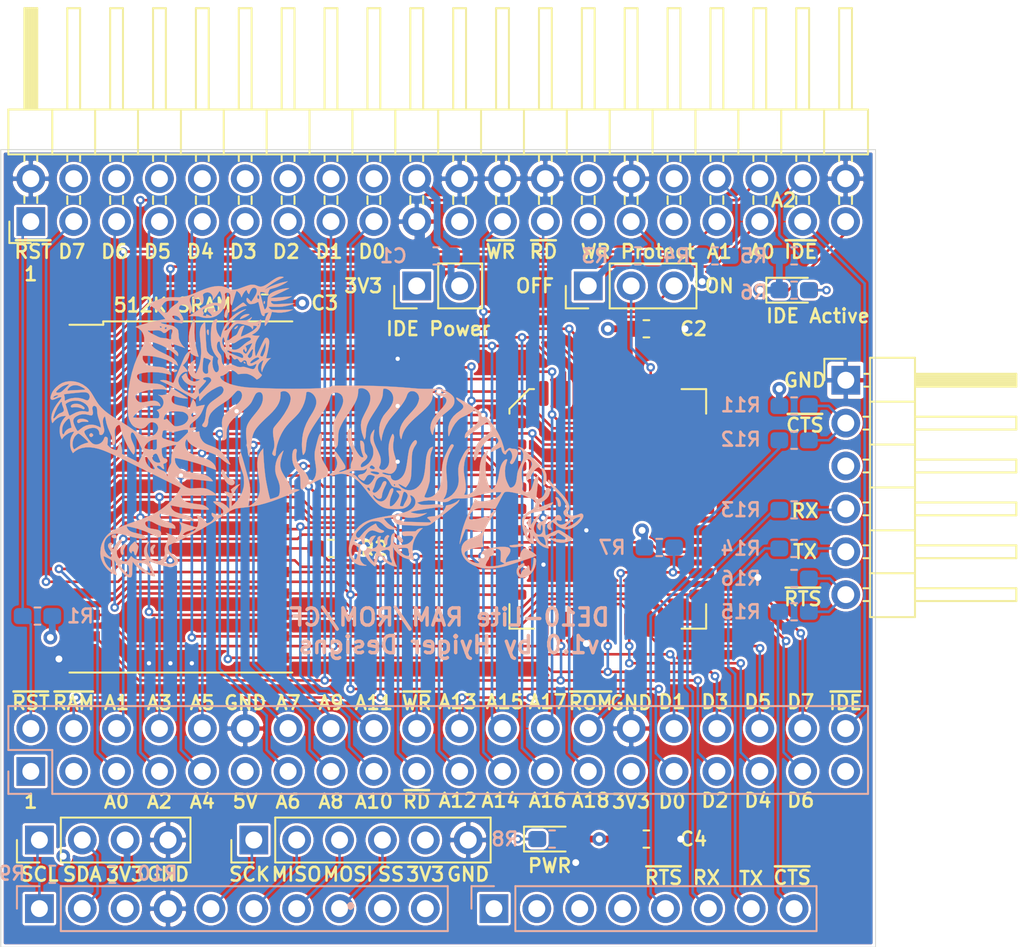
<source format=kicad_pcb>
(kicad_pcb (version 20171130) (host pcbnew "(5.1.5-97-ge54a80a23)")
  (title_block (date 2019-10-18) (rev 2.1))
  (layers (0 F.Cu signal) (1 In1.Cu signal hide) (2 In2.Cu signal hide) (31 B.Cu signal) (34 B.Paste user hide) (35 F.Paste user hide) (36 B.SilkS user hide) (37 F.SilkS user hide) (38 B.Mask user hide) (39 F.Mask user hide) (44 Edge.Cuts user))
  (net 0 "")
  (net 1 GND)
  (net 2 "Net-(D1-Pad2)")
  (net 3 /D7)
  (net 4 /D3)
  (net 5 /D1)
  (net 6 /ROM_~CE)
  (net 7 /RAM_~CE)
  (net 8 /A18)
  (net 9 /A17)
  (net 10 /A16)
  (net 11 /A15)
  (net 12 /A14)
  (net 13 /A13)
  (net 14 /A12)
  (net 15 /A11)
  (net 16 /A10)
  (net 17 /A9)
  (net 18 /A8)
  (net 19 /A6)
  (net 20 /A5)
  (net 21 /A4)
  (net 22 /A3)
  (net 23 /A2)
  (net 24 /A1)
  (net 25 /A0)
  (net 26 VCC)
  (net 27 "Net-(D2-Pad1)")
  (net 28 /~ACTIVE)
  (net 29 /A7)
  (net 30 /MISO)
  (net 31 /IDE_~CE~)
  (net 32 /D0)
  (net 33 /D2)
  (net 34 /D5)
  (net 35 /D4)
  (net 36 /D6)
  (net 37 /~WR)
  (net 38 /~RD)
  (net 39 /~RESET)
  (net 40 /SS)
  (net 41 /MOSI)
  (net 42 /SCK)
  (net 43 /RX)
  (net 44 /TX)
  (net 45 /~RTS)
  (net 46 /~CTS)
  (net 47 /SDA)
  (net 48 /SCL)
  (net 49 "Net-(J7-Pad4)")
  (net 50 "Net-(J7-Pad2)")
  (net 51 +5V)
  (net 52 "Net-(J4-Pad3)")
  (net 53 "Net-(J5-Pad3)")
  (net 54 "Net-(J7-Pad3)")
  (net 55 "Net-(C1-Pad1)")
  (net 56 "Net-(J1-Pad38)")
  (net 57 "Net-(J1-Pad34)")
  (net 58 "Net-(J1-Pad32)")
  (net 59 "Net-(J1-Pad31)")
  (net 60 "Net-(J1-Pad29)")
  (net 61 "Net-(J1-Pad28)")
  (net 62 "Net-(J1-Pad27)")
  (net 63 "Net-(J1-Pad21)")
  (net 64 "Net-(J1-Pad18)")
  (net 65 "Net-(J1-Pad16)")
  (net 66 "Net-(J1-Pad14)")
  (net 67 "Net-(J1-Pad12)")
  (net 68 "Net-(J1-Pad10)")
  (net 69 "Net-(J1-Pad8)")
  (net 70 "Net-(J1-Pad6)")
  (net 71 "Net-(J1-Pad4)")
  (net 72 "Net-(J4-Pad6)")
  (net 73 "Net-(J4-Pad5)")
  (net 74 "Net-(J4-Pad4)")
  (net 75 "Net-(J4-Pad2)")
  (net 76 "Net-(J5-Pad10)")
  (net 77 "Net-(J5-Pad9)")
  (net 78 "Net-(J6-Pad39)")
  (net 79 "Net-(J6-Pad3)")
  (net 80 "Net-(J6-Pad1)")
  (net 81 "Net-(J7-Pad1)")
  (net 82 /~WE)
  (module Logos:asian_tiger (layer F.Cu) (at 145.796 96.012)
    (fp_text reference G*** hide)
    (fp_text value LOGO hide)
  )
  (module Resistor_SMD:R_0603_1608Metric_Pad1.05x0.95mm_HandSolder (layer B.Cu) (at 159.766 120.396)
    (fp_text reference R8 (at -2.794 0) (layer B.SilkS) (effects (font (size 0.8128 0.8128) (thickness 0.1524)) (justify mirror)))
    (fp_text value 1K)
    (pad 2 smd roundrect (at 0.875 0) (size 1.05 0.95) (layers B.Cu B.Paste B.Mask) (net 1 GND))
    (pad 1 smd roundrect (at -0.875 0) (size 1.05 0.95) (layers B.Cu B.Paste B.Mask) (net 27 "Net-(D2-Pad1)"))
  )
  (module LED_SMD:LED_0603_1608Metric_Pad1.05x0.95mm_HandSolder (layer F.Cu) (at 159.766 120.396)
    (fp_text reference D2 hide)
    (fp_text value GRN)
    (pad 2 smd roundrect (at 0.875 0) (size 1.05 0.95) (layers F.Cu F.Paste F.Mask) (net 26 VCC))
    (pad 1 smd roundrect (at -0.875 0) (size 1.05 0.95) (layers F.Cu F.Paste F.Mask) (net 27 "Net-(D2-Pad1)"))
  )
  (module Connector_PinHeader_2.54mm:PinHeader_2x20_P2.54mm_Horizontal (layer F.Cu) (at 128.891 83.82 90)
    (fp_text reference J1 hide)
    (fp_text value IDE)
    (pad 40 thru_hole oval (at 2.54 48.26 90) (size 1.7 1.7) (drill 1) (layers *.Cu *.Mask) (net 1 GND))
    (pad 39 thru_hole oval (at 0 48.26 90) (size 1.7 1.7) (drill 1) (layers *.Cu *.Mask) (net 28 /~ACTIVE))
    (pad 38 thru_hole oval (at 2.54 45.72 90) (size 1.7 1.7) (drill 1) (layers *.Cu *.Mask) (net 56 "Net-(J1-Pad38)"))
    (pad 37 thru_hole oval (at 0 45.72 90) (size 1.7 1.7) (drill 1) (layers *.Cu *.Mask) (net 31 /IDE_~CE~))
    (pad 36 thru_hole oval (at 2.54 43.18 90) (size 1.7 1.7) (drill 1) (layers *.Cu *.Mask) (net 23 /A2))
    (pad 35 thru_hole oval (at 0 43.18 90) (size 1.7 1.7) (drill 1) (layers *.Cu *.Mask) (net 25 /A0))
    (pad 34 thru_hole oval (at 2.54 40.64 90) (size 1.7 1.7) (drill 1) (layers *.Cu *.Mask) (net 57 "Net-(J1-Pad34)"))
    (pad 33 thru_hole oval (at 0 40.64 90) (size 1.7 1.7) (drill 1) (layers *.Cu *.Mask) (net 24 /A1))
    (pad 32 thru_hole oval (at 2.54 38.1 90) (size 1.7 1.7) (drill 1) (layers *.Cu *.Mask) (net 58 "Net-(J1-Pad32)"))
    (pad 31 thru_hole oval (at 0 38.1 90) (size 1.7 1.7) (drill 1) (layers *.Cu *.Mask) (net 59 "Net-(J1-Pad31)"))
    (pad 30 thru_hole oval (at 2.54 35.56 90) (size 1.7 1.7) (drill 1) (layers *.Cu *.Mask) (net 1 GND))
    (pad 29 thru_hole oval (at 0 35.56 90) (size 1.7 1.7) (drill 1) (layers *.Cu *.Mask) (net 60 "Net-(J1-Pad29)"))
    (pad 28 thru_hole oval (at 2.54 33.02 90) (size 1.7 1.7) (drill 1) (layers *.Cu *.Mask) (net 61 "Net-(J1-Pad28)"))
    (pad 27 thru_hole oval (at 0 33.02 90) (size 1.7 1.7) (drill 1) (layers *.Cu *.Mask) (net 62 "Net-(J1-Pad27)"))
    (pad 26 thru_hole oval (at 2.54 30.48 90) (size 1.7 1.7) (drill 1) (layers *.Cu *.Mask) (net 1 GND))
    (pad 25 thru_hole oval (at 0 30.48 90) (size 1.7 1.7) (drill 1) (layers *.Cu *.Mask) (net 38 /~RD))
    (pad 24 thru_hole oval (at 2.54 27.94 90) (size 1.7 1.7) (drill 1) (layers *.Cu *.Mask) (net 1 GND))
    (pad 23 thru_hole oval (at 0 27.94 90) (size 1.7 1.7) (drill 1) (layers *.Cu *.Mask) (net 37 /~WR))
    (pad 22 thru_hole oval (at 2.54 25.4 90) (size 1.7 1.7) (drill 1) (layers *.Cu *.Mask) (net 1 GND))
    (pad 21 thru_hole oval (at 0 25.4 90) (size 1.7 1.7) (drill 1) (layers *.Cu *.Mask) (net 63 "Net-(J1-Pad21)"))
    (pad 20 thru_hole oval (at 2.54 22.86 90) (size 1.7 1.7) (drill 1) (layers *.Cu *.Mask) (net 55 "Net-(C1-Pad1)"))
    (pad 19 thru_hole oval (at 0 22.86 90) (size 1.7 1.7) (drill 1) (layers *.Cu *.Mask) (net 1 GND))
    (pad 18 thru_hole oval (at 2.54 20.32 90) (size 1.7 1.7) (drill 1) (layers *.Cu *.Mask) (net 64 "Net-(J1-Pad18)"))
    (pad 17 thru_hole oval (at 0 20.32 90) (size 1.7 1.7) (drill 1) (layers *.Cu *.Mask) (net 32 /D0))
    (pad 16 thru_hole oval (at 2.54 17.78 90) (size 1.7 1.7) (drill 1) (layers *.Cu *.Mask) (net 65 "Net-(J1-Pad16)"))
    (pad 15 thru_hole oval (at 0 17.78 90) (size 1.7 1.7) (drill 1) (layers *.Cu *.Mask) (net 5 /D1))
    (pad 14 thru_hole oval (at 2.54 15.24 90) (size 1.7 1.7) (drill 1) (layers *.Cu *.Mask) (net 66 "Net-(J1-Pad14)"))
    (pad 13 thru_hole oval (at 0 15.24 90) (size 1.7 1.7) (drill 1) (layers *.Cu *.Mask) (net 33 /D2))
    (pad 12 thru_hole oval (at 2.54 12.7 90) (size 1.7 1.7) (drill 1) (layers *.Cu *.Mask) (net 67 "Net-(J1-Pad12)"))
    (pad 11 thru_hole oval (at 0 12.7 90) (size 1.7 1.7) (drill 1) (layers *.Cu *.Mask) (net 4 /D3))
    (pad 10 thru_hole oval (at 2.54 10.16 90) (size 1.7 1.7) (drill 1) (layers *.Cu *.Mask) (net 68 "Net-(J1-Pad10)"))
    (pad 9 thru_hole oval (at 0 10.16 90) (size 1.7 1.7) (drill 1) (layers *.Cu *.Mask) (net 35 /D4))
    (pad 8 thru_hole oval (at 2.54 7.62 90) (size 1.7 1.7) (drill 1) (layers *.Cu *.Mask) (net 69 "Net-(J1-Pad8)"))
    (pad 7 thru_hole oval (at 0 7.62 90) (size 1.7 1.7) (drill 1) (layers *.Cu *.Mask) (net 34 /D5))
    (pad 6 thru_hole oval (at 2.54 5.08 90) (size 1.7 1.7) (drill 1) (layers *.Cu *.Mask) (net 70 "Net-(J1-Pad6)"))
    (pad 5 thru_hole oval (at 0 5.08 90) (size 1.7 1.7) (drill 1) (layers *.Cu *.Mask) (net 36 /D6))
    (pad 4 thru_hole oval (at 2.54 2.54 90) (size 1.7 1.7) (drill 1) (layers *.Cu *.Mask) (net 71 "Net-(J1-Pad4)"))
    (pad 3 thru_hole oval (at 0 2.54 90) (size 1.7 1.7) (drill 1) (layers *.Cu *.Mask) (net 3 /D7))
    (pad 2 thru_hole oval (at 2.54 0 90) (size 1.7 1.7) (drill 1) (layers *.Cu *.Mask) (net 1 GND))
    (pad 1 thru_hole rect (at 0 0 90) (size 1.7 1.7) (drill 1) (layers *.Cu *.Mask) (net 39 /~RESET))
  )
  (module Resistor_SMD:R_0603_1608Metric_Pad1.05x0.95mm_HandSolder (layer B.Cu) (at 174.103 87.884)
    (fp_text reference R6 (at -2.399 0.127) (layer B.SilkS) (effects (font (size 0.8128 0.8128) (thickness 0.1524)) (justify mirror)))
    (fp_text value 1K)
    (pad 2 smd roundrect (at 0.875 0) (size 1.05 0.95) (layers B.Cu B.Paste B.Mask) (net 2 "Net-(D1-Pad2)"))
    (pad 1 smd roundrect (at -0.875 0) (size 1.05 0.95) (layers B.Cu B.Paste B.Mask) (net 26 VCC))
  )
  (module Connector_PinHeader_2.54mm:PinHeader_1x03_P2.54mm_Vertical (layer F.Cu) (at 161.911 87.63 90)
    (fp_text reference JP2 hide)
    (fp_text value "ROM WE")
    (pad 3 thru_hole oval (at 0 5.08 90) (size 1.7 1.7) (drill 1) (layers *.Cu *.Mask) (net 37 /~WR))
    (pad 2 thru_hole oval (at 0 2.54 90) (size 1.7 1.7) (drill 1) (layers *.Cu *.Mask) (net 82 /~WE))
    (pad 1 thru_hole rect (at 0 0 90) (size 1.7 1.7) (drill 1) (layers *.Cu *.Mask) (net 26 VCC))
  )
  (module Package_LCC:PLCC-32_11.4x14.0mm_P1.27mm (layer F.Cu) (at 163.068 100.838)
    (fp_text reference U2 hide)
    (fp_text value SST39LF040)
    (pad 32 smd roundrect (at 1.27 -6.8375) (size 0.6 1.475) (layers F.Cu F.Paste F.Mask) (net 26 VCC))
    (pad 31 smd roundrect (at 2.54 -6.8375) (size 0.6 1.475) (layers F.Cu F.Paste F.Mask) (net 82 /~WE))
    (pad 30 smd roundrect (at 3.81 -6.8375) (size 0.6 1.475) (layers F.Cu F.Paste F.Mask) (net 9 /A17))
    (pad 29 smd roundrect (at 5.5625 -5.08) (size 1.475 0.6) (layers F.Cu F.Paste F.Mask) (net 12 /A14))
    (pad 28 smd roundrect (at 5.5625 -3.81) (size 1.475 0.6) (layers F.Cu F.Paste F.Mask) (net 13 /A13))
    (pad 27 smd roundrect (at 5.5625 -2.54) (size 1.475 0.6) (layers F.Cu F.Paste F.Mask) (net 18 /A8))
    (pad 26 smd roundrect (at 5.5625 -1.27) (size 1.475 0.6) (layers F.Cu F.Paste F.Mask) (net 17 /A9))
    (pad 25 smd roundrect (at 5.5625 0) (size 1.475 0.6) (layers F.Cu F.Paste F.Mask) (net 15 /A11))
    (pad 24 smd roundrect (at 5.5625 1.27) (size 1.475 0.6) (layers F.Cu F.Paste F.Mask) (net 38 /~RD))
    (pad 23 smd roundrect (at 5.5625 2.54) (size 1.475 0.6) (layers F.Cu F.Paste F.Mask) (net 16 /A10))
    (pad 22 smd roundrect (at 5.5625 3.81) (size 1.475 0.6) (layers F.Cu F.Paste F.Mask) (net 6 /ROM_~CE))
    (pad 21 smd roundrect (at 5.5625 5.08) (size 1.475 0.6) (layers F.Cu F.Paste F.Mask) (net 3 /D7))
    (pad 20 smd roundrect (at 3.81 6.8375) (size 0.6 1.475) (layers F.Cu F.Paste F.Mask) (net 36 /D6))
    (pad 19 smd roundrect (at 2.54 6.8375) (size 0.6 1.475) (layers F.Cu F.Paste F.Mask) (net 34 /D5))
    (pad 18 smd roundrect (at 1.27 6.8375) (size 0.6 1.475) (layers F.Cu F.Paste F.Mask) (net 35 /D4))
    (pad 17 smd roundrect (at 0 6.8375) (size 0.6 1.475) (layers F.Cu F.Paste F.Mask) (net 4 /D3))
    (pad 16 smd roundrect (at -1.27 6.8375) (size 0.6 1.475) (layers F.Cu F.Paste F.Mask) (net 1 GND))
    (pad 15 smd roundrect (at -2.54 6.8375) (size 0.6 1.475) (layers F.Cu F.Paste F.Mask) (net 33 /D2))
    (pad 14 smd roundrect (at -3.81 6.8375) (size 0.6 1.475) (layers F.Cu F.Paste F.Mask) (net 5 /D1))
    (pad 13 smd roundrect (at -5.5625 5.08) (size 1.475 0.6) (layers F.Cu F.Paste F.Mask) (net 32 /D0))
    (pad 12 smd roundrect (at -5.5625 3.81) (size 1.475 0.6) (layers F.Cu F.Paste F.Mask) (net 25 /A0))
    (pad 11 smd roundrect (at -5.5625 2.54) (size 1.475 0.6) (layers F.Cu F.Paste F.Mask) (net 24 /A1))
    (pad 10 smd roundrect (at -5.5625 1.27) (size 1.475 0.6) (layers F.Cu F.Paste F.Mask) (net 23 /A2))
    (pad 9 smd roundrect (at -5.5625 0) (size 1.475 0.6) (layers F.Cu F.Paste F.Mask) (net 22 /A3))
    (pad 8 smd roundrect (at -5.5625 -1.27) (size 1.475 0.6) (layers F.Cu F.Paste F.Mask) (net 21 /A4))
    (pad 7 smd roundrect (at -5.5625 -2.54) (size 1.475 0.6) (layers F.Cu F.Paste F.Mask) (net 20 /A5))
    (pad 6 smd roundrect (at -5.5625 -3.81) (size 1.475 0.6) (layers F.Cu F.Paste F.Mask) (net 19 /A6))
    (pad 5 smd roundrect (at -5.5625 -5.08) (size 1.475 0.6) (layers F.Cu F.Paste F.Mask) (net 29 /A7))
    (pad 4 smd roundrect (at -3.81 -6.8375) (size 0.6 1.475) (layers F.Cu F.Paste F.Mask) (net 14 /A12))
    (pad 3 smd roundrect (at -2.54 -6.8375) (size 0.6 1.475) (layers F.Cu F.Paste F.Mask) (net 11 /A15))
    (pad 2 smd roundrect (at -1.27 -6.8375) (size 0.6 1.475) (layers F.Cu F.Paste F.Mask) (net 10 /A16))
    (pad 1 smd roundrect (at 0 -6.8375) (size 0.6 1.475) (layers F.Cu F.Paste F.Mask) (net 8 /A18))
  )
  (module Capacitor_SMD:C_0603_1608Metric_Pad1.05x0.95mm_HandSolder (layer F.Cu) (at 165.354 120.396)
    (fp_text reference C4 (at 2.794 0) (layer F.SilkS) (effects (font (size 0.8128 0.8128) (thickness 0.1524))))
    (fp_text value 100nF)
    (pad 2 smd roundrect (at 0.875 0) (size 1.05 0.95) (layers F.Cu F.Paste F.Mask) (net 1 GND))
    (pad 1 smd roundrect (at -0.875 0) (size 1.05 0.95) (layers F.Cu F.Paste F.Mask) (net 26 VCC))
  )
  (module Connector_PinHeader_2.54mm:PinHeader_1x06_P2.54mm_Horizontal (layer F.Cu) (at 177.165 93.218)
    (fp_text reference J4 hide)
    (fp_text value "Port A")
    (pad 6 thru_hole oval (at 0 12.7) (size 1.7 1.7) (drill 1) (layers *.Cu *.Mask) (net 72 "Net-(J4-Pad6)"))
    (pad 5 thru_hole oval (at 0 10.16) (size 1.7 1.7) (drill 1) (layers *.Cu *.Mask) (net 73 "Net-(J4-Pad5)"))
    (pad 4 thru_hole oval (at 0 7.62) (size 1.7 1.7) (drill 1) (layers *.Cu *.Mask) (net 74 "Net-(J4-Pad4)"))
    (pad 3 thru_hole oval (at 0 5.08) (size 1.7 1.7) (drill 1) (layers *.Cu *.Mask) (net 52 "Net-(J4-Pad3)"))
    (pad 2 thru_hole oval (at 0 2.54) (size 1.7 1.7) (drill 1) (layers *.Cu *.Mask) (net 75 "Net-(J4-Pad2)"))
    (pad 1 thru_hole rect (at 0 0) (size 1.7 1.7) (drill 1) (layers *.Cu *.Mask) (net 1 GND))
  )
  (module Resistor_SMD:R_0603_1608Metric_Pad1.05x0.95mm_HandSolder (layer B.Cu) (at 174.103 106.934 180)
    (fp_text reference R15 (at 3.161 0) (layer B.SilkS) (effects (font (size 0.8128 0.8128) (thickness 0.1524)) (justify mirror)))
    (fp_text value 2K2)
    (pad 2 smd roundrect (at 0.875 0 180) (size 1.05 0.95) (layers B.Cu B.Paste B.Mask) (net 46 /~CTS))
    (pad 1 smd roundrect (at -0.875 0 180) (size 1.05 0.95) (layers B.Cu B.Paste B.Mask) (net 72 "Net-(J4-Pad6)"))
  )
  (module Package_SO:TSOP-II-32_21.0x10.2mm_P1.27mm (layer F.Cu) (at 137.781 100.1325)
    (fp_text reference U1 hide)
    (fp_text value AS6C4008A-55ZIN)
    (pad 32 smd rect (at 5.6 -9.525) (size 1.6 0.6) (layers F.Cu F.Paste F.Mask) (net 26 VCC))
    (pad 31 smd rect (at 5.6 -8.255) (size 1.6 0.6) (layers F.Cu F.Paste F.Mask) (net 11 /A15))
    (pad 30 smd rect (at 5.6 -6.985) (size 1.6 0.6) (layers F.Cu F.Paste F.Mask) (net 9 /A17))
    (pad 29 smd rect (at 5.6 -5.715) (size 1.6 0.6) (layers F.Cu F.Paste F.Mask) (net 37 /~WR))
    (pad 28 smd rect (at 5.6 -4.445) (size 1.6 0.6) (layers F.Cu F.Paste F.Mask) (net 13 /A13))
    (pad 27 smd rect (at 5.6 -3.175) (size 1.6 0.6) (layers F.Cu F.Paste F.Mask) (net 18 /A8))
    (pad 26 smd rect (at 5.6 -1.905) (size 1.6 0.6) (layers F.Cu F.Paste F.Mask) (net 17 /A9))
    (pad 25 smd rect (at 5.6 -0.625) (size 1.6 0.6) (layers F.Cu F.Paste F.Mask) (net 15 /A11))
    (pad 24 smd rect (at 5.6 0.625) (size 1.6 0.6) (layers F.Cu F.Paste F.Mask) (net 38 /~RD))
    (pad 23 smd rect (at 5.6 1.905) (size 1.6 0.6) (layers F.Cu F.Paste F.Mask) (net 16 /A10))
    (pad 22 smd rect (at 5.6 3.175) (size 1.6 0.6) (layers F.Cu F.Paste F.Mask) (net 7 /RAM_~CE))
    (pad 21 smd rect (at 5.6 4.445) (size 1.6 0.6) (layers F.Cu F.Paste F.Mask) (net 3 /D7))
    (pad 20 smd rect (at 5.6 5.715) (size 1.6 0.6) (layers F.Cu F.Paste F.Mask) (net 36 /D6))
    (pad 19 smd rect (at 5.6 6.985) (size 1.6 0.6) (layers F.Cu F.Paste F.Mask) (net 34 /D5))
    (pad 18 smd rect (at 5.6 8.255) (size 1.6 0.6) (layers F.Cu F.Paste F.Mask) (net 35 /D4))
    (pad 17 smd rect (at 5.6 9.525) (size 1.6 0.6) (layers F.Cu F.Paste F.Mask) (net 4 /D3))
    (pad 16 smd rect (at -5.6 9.525) (size 1.6 0.6) (layers F.Cu F.Paste F.Mask) (net 1 GND))
    (pad 15 smd rect (at -5.6 8.255) (size 1.6 0.6) (layers F.Cu F.Paste F.Mask) (net 33 /D2))
    (pad 14 smd rect (at -5.6 6.985) (size 1.6 0.6) (layers F.Cu F.Paste F.Mask) (net 5 /D1))
    (pad 13 smd rect (at -5.6 5.715) (size 1.6 0.6) (layers F.Cu F.Paste F.Mask) (net 32 /D0))
    (pad 12 smd rect (at -5.6 4.445) (size 1.6 0.6) (layers F.Cu F.Paste F.Mask) (net 25 /A0))
    (pad 11 smd rect (at -5.6 3.175) (size 1.6 0.6) (layers F.Cu F.Paste F.Mask) (net 24 /A1))
    (pad 10 smd rect (at -5.6 1.905) (size 1.6 0.6) (layers F.Cu F.Paste F.Mask) (net 23 /A2))
    (pad 9 smd rect (at -5.6 0.625) (size 1.6 0.6) (layers F.Cu F.Paste F.Mask) (net 22 /A3))
    (pad 8 smd rect (at -5.6 -0.625) (size 1.6 0.6) (layers F.Cu F.Paste F.Mask) (net 21 /A4))
    (pad 7 smd rect (at -5.6 -1.905) (size 1.6 0.6) (layers F.Cu F.Paste F.Mask) (net 20 /A5))
    (pad 6 smd rect (at -5.6 -3.175) (size 1.6 0.6) (layers F.Cu F.Paste F.Mask) (net 19 /A6))
    (pad 5 smd rect (at -5.6 -4.445) (size 1.6 0.6) (layers F.Cu F.Paste F.Mask) (net 29 /A7))
    (pad 4 smd rect (at -5.6 -5.715) (size 1.6 0.6) (layers F.Cu F.Paste F.Mask) (net 14 /A12))
    (pad 3 smd rect (at -5.6 -6.985) (size 1.6 0.6) (layers F.Cu F.Paste F.Mask) (net 12 /A14))
    (pad 2 smd rect (at -5.6 -8.255) (size 1.6 0.6) (layers F.Cu F.Paste F.Mask) (net 10 /A16))
    (pad 1 smd rect (at -5.6 -9.525) (size 1.6 0.6) (layers F.Cu F.Paste F.Mask) (net 8 /A18))
  )
  (module Resistor_SMD:R_0603_1608Metric_Pad1.05x0.95mm_HandSolder (layer B.Cu) (at 133.717 122.4845 180)
    (fp_text reference R10 (at -2.681 0.0565) (layer B.SilkS) (effects (font (size 0.8128 0.8128) (thickness 0.1524)) (justify mirror)))
    (fp_text value 10K)
    (pad 2 smd roundrect (at 0.875 0 180) (size 1.05 0.95) (layers B.Cu B.Paste B.Mask) (net 47 /SDA))
    (pad 1 smd roundrect (at -0.875 0 180) (size 1.05 0.95) (layers B.Cu B.Paste B.Mask) (net 26 VCC))
  )
  (module Resistor_SMD:R_0603_1608Metric_Pad1.05x0.95mm_HandSolder (layer B.Cu) (at 130.161 122.4845 180)
    (fp_text reference R9 (at 2.399 0.0565) (layer B.SilkS) (effects (font (size 0.8128 0.8128) (thickness 0.1524)) (justify mirror)))
    (fp_text value 10K)
    (pad 2 smd roundrect (at 0.875 0 180) (size 1.05 0.95) (layers B.Cu B.Paste B.Mask) (net 48 /SCL))
    (pad 1 smd roundrect (at -0.875 0 180) (size 1.05 0.95) (layers B.Cu B.Paste B.Mask) (net 26 VCC))
  )
  (module Connector_PinHeader_2.54mm:PinHeader_1x06_P2.54mm_Vertical (layer F.Cu) (at 142.099 120.4525 90)
    (fp_text reference J3 hide)
    (fp_text value SPI)
    (pad 6 thru_hole oval (at 0 12.7 90) (size 1.7 1.7) (drill 1) (layers *.Cu *.Mask) (net 1 GND))
    (pad 5 thru_hole oval (at 0 10.16 90) (size 1.7 1.7) (drill 1) (layers *.Cu *.Mask) (net 26 VCC))
    (pad 4 thru_hole oval (at 0 7.62 90) (size 1.7 1.7) (drill 1) (layers *.Cu *.Mask) (net 40 /SS))
    (pad 3 thru_hole oval (at 0 5.08 90) (size 1.7 1.7) (drill 1) (layers *.Cu *.Mask) (net 41 /MOSI))
    (pad 2 thru_hole oval (at 0 2.54 90) (size 1.7 1.7) (drill 1) (layers *.Cu *.Mask) (net 30 /MISO))
    (pad 1 thru_hole rect (at 0 0 90) (size 1.7 1.7) (drill 1) (layers *.Cu *.Mask) (net 42 /SCK))
  )
  (module Connector_PinHeader_2.54mm:PinHeader_1x04_P2.54mm_Vertical (layer F.Cu) (at 129.399 120.4525 90)
    (fp_text reference J2 hide)
    (fp_text value I2C)
    (pad 4 thru_hole oval (at 0 7.62 90) (size 1.7 1.7) (drill 1) (layers *.Cu *.Mask) (net 1 GND))
    (pad 3 thru_hole oval (at 0 5.08 90) (size 1.7 1.7) (drill 1) (layers *.Cu *.Mask) (net 26 VCC))
    (pad 2 thru_hole oval (at 0 2.54 90) (size 1.7 1.7) (drill 1) (layers *.Cu *.Mask) (net 47 /SDA))
    (pad 1 thru_hole rect (at 0 0 90) (size 1.7 1.7) (drill 1) (layers *.Cu *.Mask) (net 48 /SCL))
  )
  (module Resistor_SMD:R_0603_1608Metric_Pad1.05x0.95mm_HandSolder (layer B.Cu) (at 174.103 94.742 180)
    (fp_text reference R11 (at 3.161 0.0565) (layer B.SilkS) (effects (font (size 0.8128 0.8128) (thickness 0.1524)) (justify mirror)))
    (fp_text value 100K)
    (pad 2 smd roundrect (at 0.875 0 180) (size 1.05 0.95) (layers B.Cu B.Paste B.Mask) (net 26 VCC))
    (pad 1 smd roundrect (at -0.875 0 180) (size 1.05 0.95) (layers B.Cu B.Paste B.Mask) (net 75 "Net-(J4-Pad2)"))
  )
  (module Connector_PinHeader_2.54mm:PinHeader_1x08_P2.54mm_Vertical (layer B.Cu) (at 156.323 124.5165 270)
    (fp_text reference J7 hide)
    (fp_text value Arduino2)
    (pad 8 thru_hole oval (at 0 -17.78 270) (size 1.7 1.7) (drill 1) (layers *.Cu *.Mask) (net 46 /~CTS))
    (pad 7 thru_hole oval (at 0 -15.24 270) (size 1.7 1.7) (drill 1) (layers *.Cu *.Mask) (net 44 /TX))
    (pad 6 thru_hole oval (at 0 -12.7 270) (size 1.7 1.7) (drill 1) (layers *.Cu *.Mask) (net 43 /RX))
    (pad 5 thru_hole oval (at 0 -10.16 270) (size 1.7 1.7) (drill 1) (layers *.Cu *.Mask) (net 45 /~RTS))
    (pad 4 thru_hole oval (at 0 -7.62 270) (size 1.7 1.7) (drill 1) (layers *.Cu *.Mask) (net 49 "Net-(J7-Pad4)"))
    (pad 3 thru_hole oval (at 0 -5.08 270) (size 1.7 1.7) (drill 1) (layers *.Cu *.Mask) (net 54 "Net-(J7-Pad3)"))
    (pad 2 thru_hole oval (at 0 -2.54 270) (size 1.7 1.7) (drill 1) (layers *.Cu *.Mask) (net 50 "Net-(J7-Pad2)"))
    (pad 1 thru_hole rect (at 0 0 270) (size 1.7 1.7) (drill 1) (layers *.Cu *.Mask) (net 81 "Net-(J7-Pad1)"))
  )
  (module Connector_PinHeader_2.54mm:PinHeader_1x10_P2.54mm_Vertical (layer B.Cu) (at 129.399 124.5165 270)
    (fp_text reference J5 hide)
    (fp_text value Arduino1)
    (pad 10 thru_hole oval (at 0 -22.86 270) (size 1.7 1.7) (drill 1) (layers *.Cu *.Mask) (net 76 "Net-(J5-Pad10)"))
    (pad 9 thru_hole oval (at 0 -20.32 270) (size 1.7 1.7) (drill 1) (layers *.Cu *.Mask) (net 77 "Net-(J5-Pad9)"))
    (pad 8 thru_hole oval (at 0 -17.78 270) (size 1.7 1.7) (drill 1) (layers *.Cu *.Mask) (net 40 /SS))
    (pad 7 thru_hole oval (at 0 -15.24 270) (size 1.7 1.7) (drill 1) (layers *.Cu *.Mask) (net 41 /MOSI))
    (pad 6 thru_hole oval (at 0 -12.7 270) (size 1.7 1.7) (drill 1) (layers *.Cu *.Mask) (net 30 /MISO))
    (pad 5 thru_hole oval (at 0 -10.16 270) (size 1.7 1.7) (drill 1) (layers *.Cu *.Mask) (net 42 /SCK))
    (pad 4 thru_hole oval (at 0 -7.62 270) (size 1.7 1.7) (drill 1) (layers *.Cu *.Mask) (net 1 GND))
    (pad 3 thru_hole oval (at 0 -5.08 270) (size 1.7 1.7) (drill 1) (layers *.Cu *.Mask) (net 53 "Net-(J5-Pad3)"))
    (pad 2 thru_hole oval (at 0 -2.54 270) (size 1.7 1.7) (drill 1) (layers *.Cu *.Mask) (net 47 /SDA))
    (pad 1 thru_hole rect (at 0 0 270) (size 1.7 1.7) (drill 1) (layers *.Cu *.Mask) (net 48 /SCL))
  )
  (module Connector_PinSocket_2.54mm:PinSocket_2x20_P2.54mm_Vertical (layer B.Cu) (at 128.891 116.3885 270)
    (fp_text reference J6 hide)
    (fp_text value "DE10-Lite GPIO")
    (pad 40 thru_hole oval (at -2.54 -48.26 270) (size 1.7 1.7) (drill 1) (layers *.Cu *.Mask) (net 31 /IDE_~CE~))
    (pad 39 thru_hole oval (at 0 -48.26 270) (size 1.7 1.7) (drill 1) (layers *.Cu *.Mask) (net 78 "Net-(J6-Pad39)"))
    (pad 38 thru_hole oval (at -2.54 -45.72 270) (size 1.7 1.7) (drill 1) (layers *.Cu *.Mask) (net 3 /D7))
    (pad 37 thru_hole oval (at 0 -45.72 270) (size 1.7 1.7) (drill 1) (layers *.Cu *.Mask) (net 36 /D6))
    (pad 36 thru_hole oval (at -2.54 -43.18 270) (size 1.7 1.7) (drill 1) (layers *.Cu *.Mask) (net 34 /D5))
    (pad 35 thru_hole oval (at 0 -43.18 270) (size 1.7 1.7) (drill 1) (layers *.Cu *.Mask) (net 35 /D4))
    (pad 34 thru_hole oval (at -2.54 -40.64 270) (size 1.7 1.7) (drill 1) (layers *.Cu *.Mask) (net 4 /D3))
    (pad 33 thru_hole oval (at 0 -40.64 270) (size 1.7 1.7) (drill 1) (layers *.Cu *.Mask) (net 33 /D2))
    (pad 32 thru_hole oval (at -2.54 -38.1 270) (size 1.7 1.7) (drill 1) (layers *.Cu *.Mask) (net 5 /D1))
    (pad 31 thru_hole oval (at 0 -38.1 270) (size 1.7 1.7) (drill 1) (layers *.Cu *.Mask) (net 32 /D0))
    (pad 30 thru_hole oval (at -2.54 -35.56 270) (size 1.7 1.7) (drill 1) (layers *.Cu *.Mask) (net 1 GND))
    (pad 29 thru_hole oval (at 0 -35.56 270) (size 1.7 1.7) (drill 1) (layers *.Cu *.Mask) (net 26 VCC))
    (pad 28 thru_hole oval (at -2.54 -33.02 270) (size 1.7 1.7) (drill 1) (layers *.Cu *.Mask) (net 6 /ROM_~CE))
    (pad 27 thru_hole oval (at 0 -33.02 270) (size 1.7 1.7) (drill 1) (layers *.Cu *.Mask) (net 8 /A18))
    (pad 26 thru_hole oval (at -2.54 -30.48 270) (size 1.7 1.7) (drill 1) (layers *.Cu *.Mask) (net 9 /A17))
    (pad 25 thru_hole oval (at 0 -30.48 270) (size 1.7 1.7) (drill 1) (layers *.Cu *.Mask) (net 10 /A16))
    (pad 24 thru_hole oval (at -2.54 -27.94 270) (size 1.7 1.7) (drill 1) (layers *.Cu *.Mask) (net 11 /A15))
    (pad 23 thru_hole oval (at 0 -27.94 270) (size 1.7 1.7) (drill 1) (layers *.Cu *.Mask) (net 12 /A14))
    (pad 22 thru_hole oval (at -2.54 -25.4 270) (size 1.7 1.7) (drill 1) (layers *.Cu *.Mask) (net 13 /A13))
    (pad 21 thru_hole oval (at 0 -25.4 270) (size 1.7 1.7) (drill 1) (layers *.Cu *.Mask) (net 14 /A12))
    (pad 20 thru_hole oval (at -2.54 -22.86 270) (size 1.7 1.7) (drill 1) (layers *.Cu *.Mask) (net 37 /~WR))
    (pad 19 thru_hole oval (at 0 -22.86 270) (size 1.7 1.7) (drill 1) (layers *.Cu *.Mask) (net 38 /~RD))
    (pad 18 thru_hole oval (at -2.54 -20.32 270) (size 1.7 1.7) (drill 1) (layers *.Cu *.Mask) (net 15 /A11))
    (pad 17 thru_hole oval (at 0 -20.32 270) (size 1.7 1.7) (drill 1) (layers *.Cu *.Mask) (net 16 /A10))
    (pad 16 thru_hole oval (at -2.54 -17.78 270) (size 1.7 1.7) (drill 1) (layers *.Cu *.Mask) (net 17 /A9))
    (pad 15 thru_hole oval (at 0 -17.78 270) (size 1.7 1.7) (drill 1) (layers *.Cu *.Mask) (net 18 /A8))
    (pad 14 thru_hole oval (at -2.54 -15.24 270) (size 1.7 1.7) (drill 1) (layers *.Cu *.Mask) (net 29 /A7))
    (pad 13 thru_hole oval (at 0 -15.24 270) (size 1.7 1.7) (drill 1) (layers *.Cu *.Mask) (net 19 /A6))
    (pad 12 thru_hole oval (at -2.54 -12.7 270) (size 1.7 1.7) (drill 1) (layers *.Cu *.Mask) (net 1 GND))
    (pad 11 thru_hole oval (at 0 -12.7 270) (size 1.7 1.7) (drill 1) (layers *.Cu *.Mask) (net 51 +5V))
    (pad 10 thru_hole oval (at -2.54 -10.16 270) (size 1.7 1.7) (drill 1) (layers *.Cu *.Mask) (net 20 /A5))
    (pad 9 thru_hole oval (at 0 -10.16 270) (size 1.7 1.7) (drill 1) (layers *.Cu *.Mask) (net 21 /A4))
    (pad 8 thru_hole oval (at -2.54 -7.62 270) (size 1.7 1.7) (drill 1) (layers *.Cu *.Mask) (net 22 /A3))
    (pad 7 thru_hole oval (at 0 -7.62 270) (size 1.7 1.7) (drill 1) (layers *.Cu *.Mask) (net 23 /A2))
    (pad 6 thru_hole oval (at -2.54 -5.08 270) (size 1.7 1.7) (drill 1) (layers *.Cu *.Mask) (net 24 /A1))
    (pad 5 thru_hole oval (at 0 -5.08 270) (size 1.7 1.7) (drill 1) (layers *.Cu *.Mask) (net 25 /A0))
    (pad 4 thru_hole oval (at -2.54 -2.54 270) (size 1.7 1.7) (drill 1) (layers *.Cu *.Mask) (net 7 /RAM_~CE))
    (pad 3 thru_hole oval (at 0 -2.54 270) (size 1.7 1.7) (drill 1) (layers *.Cu *.Mask) (net 79 "Net-(J6-Pad3)"))
    (pad 2 thru_hole oval (at -2.54 0 270) (size 1.7 1.7) (drill 1) (layers *.Cu *.Mask) (net 39 /~RESET))
    (pad 1 thru_hole rect (at 0 0 270) (size 1.7 1.7) (drill 1) (layers *.Cu *.Mask) (net 80 "Net-(J6-Pad1)"))
  )
  (module Connector_PinHeader_2.54mm:PinHeader_1x02_P2.54mm_Vertical (layer F.Cu) (at 151.751 87.63 90)
    (fp_text reference JP1 hide)
    (fp_text value "IDE PWR")
    (pad 2 thru_hole oval (at 0 2.54 90) (size 1.7 1.7) (drill 1) (layers *.Cu *.Mask) (net 55 "Net-(C1-Pad1)"))
    (pad 1 thru_hole rect (at 0 0 90) (size 1.7 1.7) (drill 1) (layers *.Cu *.Mask) (net 26 VCC))
  )
  (module Resistor_SMD:R_0603_1608Metric_Pad1.05x0.95mm_HandSolder (layer B.Cu) (at 174.103 104.9585 180)
    (fp_text reference R16 (at 3.161 0) (layer B.SilkS) (effects (font (size 0.8128 0.8128) (thickness 0.1524)) (justify mirror)))
    (fp_text value 100K)
    (pad 2 smd roundrect (at 0.875 0 180) (size 1.05 0.95) (layers B.Cu B.Paste B.Mask) (net 1 GND))
    (pad 1 smd roundrect (at -0.875 0 180) (size 1.05 0.95) (layers B.Cu B.Paste B.Mask) (net 72 "Net-(J4-Pad6)"))
  )
  (module Resistor_SMD:R_0603_1608Metric_Pad1.05x0.95mm_HandSolder (layer B.Cu) (at 174.103 103.1805 180)
    (fp_text reference R14 (at 3.161 0) (layer B.SilkS) (effects (font (size 0.8128 0.8128) (thickness 0.1524)) (justify mirror)))
    (fp_text value 2K2)
    (pad 2 smd roundrect (at 0.875 0 180) (size 1.05 0.95) (layers B.Cu B.Paste B.Mask) (net 44 /TX))
    (pad 1 smd roundrect (at -0.875 0 180) (size 1.05 0.95) (layers B.Cu B.Paste B.Mask) (net 73 "Net-(J4-Pad5)"))
  )
  (module Resistor_SMD:R_0603_1608Metric_Pad1.05x0.95mm_HandSolder (layer B.Cu) (at 174.103 100.8945 180)
    (fp_text reference R13 (at 3.161 0) (layer B.SilkS) (effects (font (size 0.8128 0.8128) (thickness 0.1524)) (justify mirror)))
    (fp_text value 2K2)
    (pad 2 smd roundrect (at 0.875 0 180) (size 1.05 0.95) (layers B.Cu B.Paste B.Mask) (net 43 /RX))
    (pad 1 smd roundrect (at -0.875 0 180) (size 1.05 0.95) (layers B.Cu B.Paste B.Mask) (net 74 "Net-(J4-Pad4)"))
  )
  (module Resistor_SMD:R_0603_1608Metric_Pad1.05x0.95mm_HandSolder (layer B.Cu) (at 174.103 96.774 180)
    (fp_text reference R12 (at 3.161 0.0565) (layer B.SilkS) (effects (font (size 0.8128 0.8128) (thickness 0.1524)) (justify mirror)))
    (fp_text value 2K2)
    (pad 2 smd roundrect (at 0.875 0 180) (size 1.05 0.95) (layers B.Cu B.Paste B.Mask) (net 45 /~RTS))
    (pad 1 smd roundrect (at -0.875 0 180) (size 1.05 0.95) (layers B.Cu B.Paste B.Mask) (net 75 "Net-(J4-Pad2)"))
  )
  (module Capacitor_SMD:C_0603_1608Metric_Pad1.05x0.95mm_HandSolder (layer F.Cu) (at 165.354 90.17)
    (fp_text reference C2 (at 2.794 0) (layer F.SilkS) (effects (font (size 0.8128 0.8128) (thickness 0.1524))))
    (fp_text value 100nF)
    (pad 2 smd roundrect (at 0.875 0) (size 1.05 0.95) (layers F.Cu F.Paste F.Mask) (net 1 GND))
    (pad 1 smd roundrect (at -0.875 0) (size 1.05 0.95) (layers F.Cu F.Paste F.Mask) (net 26 VCC))
  )
  (module Resistor_SMD:R_0603_1608Metric_Pad1.05x0.95mm_HandSolder (layer B.Cu) (at 129.286 107.188 180)
    (fp_text reference R1 (at -2.54 0) (layer B.SilkS) (effects (font (size 0.8128 0.8128) (thickness 0.1524)) (justify mirror)))
    (fp_text value 10K)
    (pad 2 smd roundrect (at 0.875 0 180) (size 1.05 0.95) (layers B.Cu B.Paste B.Mask) (net 39 /~RESET))
    (pad 1 smd roundrect (at -0.875 0 180) (size 1.05 0.95) (layers B.Cu B.Paste B.Mask) (net 26 VCC))
  )
  (module Resistor_SMD:R_0603_1608Metric_Pad1.05x0.95mm_HandSolder (layer B.Cu) (at 174.103 85.852)
    (fp_text reference R5 (at -2.399 0) (layer B.SilkS) (effects (font (size 0.8128 0.8128) (thickness 0.1524)) (justify mirror)))
    (fp_text value 10K)
    (pad 2 smd roundrect (at 0.875 0) (size 1.05 0.95) (layers B.Cu B.Paste B.Mask) (net 56 "Net-(J1-Pad38)"))
    (pad 1 smd roundrect (at -0.875 0) (size 1.05 0.95) (layers B.Cu B.Paste B.Mask) (net 26 VCC))
  )
  (module Resistor_SMD:R_0603_1608Metric_Pad1.05x0.95mm_HandSolder (layer B.Cu) (at 169.418 85.852)
    (fp_text reference R4 (at -2.286 0) (layer B.SilkS) (effects (font (size 0.8128 0.8128) (thickness 0.1524)) (justify mirror)))
    (fp_text value 10K)
    (pad 2 smd roundrect (at 0.875 0) (size 1.05 0.95) (layers B.Cu B.Paste B.Mask) (net 57 "Net-(J1-Pad34)"))
    (pad 1 smd roundrect (at -0.875 0) (size 1.05 0.95) (layers B.Cu B.Paste B.Mask) (net 26 VCC))
  )
  (module Resistor_SMD:R_0603_1608Metric_Pad1.05x0.95mm_HandSolder (layer B.Cu) (at 164.846 85.852)
    (fp_text reference R3 (at -2.54 0) (layer B.SilkS) (effects (font (size 0.8128 0.8128) (thickness 0.1524)) (justify mirror)))
    (fp_text value 10K)
    (pad 2 smd roundrect (at 0.875 0) (size 1.05 0.95) (layers B.Cu B.Paste B.Mask) (net 60 "Net-(J1-Pad29)"))
    (pad 1 smd roundrect (at -0.875 0) (size 1.05 0.95) (layers B.Cu B.Paste B.Mask) (net 26 VCC))
  )
  (module LED_SMD:LED_0603_1608Metric_Pad1.05x0.95mm_HandSolder (layer F.Cu) (at 174.117 87.884)
    (fp_text reference D1 hide)
    (fp_text value GRN)
    (pad 2 smd roundrect (at 0.875 0) (size 1.05 0.95) (layers F.Cu F.Paste F.Mask) (net 2 "Net-(D1-Pad2)"))
    (pad 1 smd roundrect (at -0.875 0) (size 1.05 0.95) (layers F.Cu F.Paste F.Mask) (net 28 /~ACTIVE))
  )
  (module Capacitor_SMD:C_0603_1608Metric_Pad1.05x0.95mm_HandSolder (layer B.Cu) (at 152.908 85.852 180)
    (fp_text reference C1 (at 2.54 0) (layer B.SilkS) (effects (font (size 0.8128 0.8128) (thickness 0.1524)) (justify mirror)))
    (fp_text value 100nF)
    (pad 2 smd roundrect (at 0.875 0 180) (size 1.05 0.95) (layers B.Cu B.Paste B.Mask) (net 1 GND))
    (pad 1 smd roundrect (at -0.875 0 180) (size 1.05 0.95) (layers B.Cu B.Paste B.Mask) (net 55 "Net-(C1-Pad1)"))
  )
  (module Resistor_SMD:R_0603_1608Metric_Pad1.05x0.95mm_HandSolder (layer B.Cu) (at 166.116 103.124)
    (fp_text reference R7 (at -2.794 0) (layer B.SilkS) (effects (font (size 0.8128 0.8128) (thickness 0.1524)) (justify mirror)))
    (fp_text value 10K)
    (pad 2 smd roundrect (at 0.875 0) (size 1.05 0.95) (layers B.Cu B.Paste B.Mask) (net 6 /ROM_~CE))
    (pad 1 smd roundrect (at -0.875 0) (size 1.05 0.95) (layers B.Cu B.Paste B.Mask) (net 26 VCC))
  )
  (module Resistor_SMD:R_0603_1608Metric_Pad1.05x0.95mm_HandSolder (layer F.Cu) (at 146.671 103.1805 180)
    (fp_text reference R2 (at -2.54 0) (layer F.SilkS) (effects (font (size 0.8128 0.8128) (thickness 0.1524))))
    (fp_text value 10K)
    (pad 2 smd roundrect (at 0.875 0 180) (size 1.05 0.95) (layers F.Cu F.Paste F.Mask) (net 7 /RAM_~CE))
    (pad 1 smd roundrect (at -0.875 0 180) (size 1.05 0.95) (layers F.Cu F.Paste F.Mask) (net 26 VCC))
  )
  (module Capacitor_SMD:C_0603_1608Metric_Pad1.05x0.95mm_HandSolder (layer F.Cu) (at 142.748 88.646 180)
    (fp_text reference C3 (at -3.556 0 180) (layer F.SilkS) (effects (font (size 0.8128 0.8128) (thickness 0.1524))))
    (fp_text value 100nF)
    (pad 2 smd roundrect (at 0.875 0 180) (size 1.05 0.95) (layers F.Cu F.Paste F.Mask) (net 1 GND))
    (pad 1 smd roundrect (at -0.875 0 180) (size 1.05 0.95) (layers F.Cu F.Paste F.Mask) (net 26 VCC))
  )
  (gr_text PWR (at 159.625 121.9765) (layer F.SilkS) (effects (font (size 0.8128 0.8128) (thickness 0.1524))))
  (gr_text ON (at 169.672 87.63) (layer F.SilkS) (effects (font (size 0.8128 0.8128) (thickness 0.1524))))
  (gr_text OFF (at 158.75 87.63) (layer F.SilkS) (effects (font (size 0.8128 0.8128) (thickness 0.1524))))
  (gr_text ~RST (at 129.032 85.598) (layer F.SilkS) (effects (font (size 0.8128 0.8128) (thickness 0.1524))))
  (gr_text D5 (at 136.398 85.598) (layer F.SilkS) (effects (font (size 0.8128 0.8128) (thickness 0.1524))))
  (gr_text ~CTS (at 174.746467 95.885) (layer F.SilkS) (effects (font (size 0.8128 0.8128) (thickness 0.1524))))
  (gr_text GND (at 154.799 122.4845) (layer F.SilkS) (effects (font (size 0.8128 0.8128) (thickness 0.1524))))
  (gr_text 3V3 (at 152.259 122.4845) (layer F.SilkS) (effects (font (size 0.8128 0.8128) (thickness 0.1524))))
  (gr_text SS (at 150.227 122.4845) (layer F.SilkS) (effects (font (size 0.8128 0.8128) (thickness 0.1524))))
  (gr_text MOSI (at 147.687 122.4845) (layer F.SilkS) (effects (font (size 0.8128 0.8128) (thickness 0.1524))))
  (gr_text MISO (at 144.639 122.4845) (layer F.SilkS) (effects (font (size 0.8128 0.8128) (thickness 0.1524))))
  (gr_text SCK (at 141.845 122.4845) (layer F.SilkS) (effects (font (size 0.8128 0.8128) (thickness 0.1524))))
  (gr_text 3V3 (at 134.479 122.4845) (layer F.SilkS) (effects (font (size 0.8128 0.8128) (thickness 0.1524))))
  (gr_text SDA (at 131.939 122.4845) (layer F.SilkS) (effects (font (size 0.8128 0.8128) (thickness 0.1524))))
  (gr_text SCL (at 129.399 122.4845) (layer F.SilkS) (effects (font (size 0.8128 0.8128) (thickness 0.1524))))
  (gr_text 5V (at 141.591 118.1665) (layer F.SilkS) (effects (font (size 0.8128 0.8128) (thickness 0.1524))))
  (gr_text GND (at 137.019 122.4845) (layer F.SilkS) (effects (font (size 0.8128 0.8128) (thickness 0.1524))))
  (gr_text ~CTS (at 173.99 122.682) (layer F.SilkS) (effects (font (size 0.8128 0.8128) (thickness 0.1524))))
  (gr_text ~ROM (at 162.052 112.3245) (layer F.SilkS) (effects (font (size 0.8128 0.8128) (thickness 0.1524))))
  (gr_text D6 (at 133.858 85.598) (layer F.SilkS) (effects (font (size 0.8128 0.8128) (thickness 0.1524))))
  (gr_text . (at 147.828 123.698) (layer B.SilkS) (effects (font (size 1.6256 1.6256) (thickness 0.3048)) (justify mirror)))
  (gr_text GND (at 174.746467 93.218) (layer F.SilkS) (effects (font (size 0.8128 0.8128) (thickness 0.1524))))
  (gr_text ~RTS (at 174.625 106.172) (layer F.SilkS) (effects (font (size 0.8128 0.8128) (thickness 0.1524))))
  (gr_text RX (at 174.746467 100.965) (layer F.SilkS) (effects (font (size 0.8128 0.8128) (thickness 0.1524))))
  (gr_text TX (at 174.746467 103.378) (layer F.SilkS) (effects (font (size 0.8128 0.8128) (thickness 0.1524))))
  (gr_text TX (at 171.563 122.7385) (layer F.SilkS) (effects (font (size 0.8128 0.8128) (thickness 0.1524))))
  (gr_text RX (at 168.91 122.682) (layer F.SilkS) (effects (font (size 0.8128 0.8128) (thickness 0.1524))))
  (gr_text ~WR (at 156.718 85.598) (layer F.SilkS) (effects (font (size 0.8128 0.8128) (thickness 0.1524))))
  (gr_text ~RD (at 159.258 85.598) (layer F.SilkS) (effects (font (size 0.8128 0.8128) (thickness 0.1524))))
  (gr_text ~IDE (at 174.498 85.598) (layer F.SilkS) (effects (font (size 0.8128 0.8128) (thickness 0.1524))))
  (gr_text A2 (at 173.482 82.55) (layer F.SilkS) (effects (font (size 0.8128 0.8128) (thickness 0.1524))))
  (gr_text A1 (at 169.672 85.598) (layer F.SilkS) (effects (font (size 0.8128 0.8128) (thickness 0.1524))))
  (gr_text A0 (at 172.212 85.598) (layer F.SilkS) (effects (font (size 0.8128 0.8128) (thickness 0.1524))))
  (gr_text D1 (at 146.558 85.598) (layer F.SilkS) (effects (font (size 0.8128 0.8128) (thickness 0.1524))))
  (gr_text D0 (at 149.098 85.598) (layer F.SilkS) (effects (font (size 0.8128 0.8128) (thickness 0.1524))))
  (gr_text D2 (at 144.018 85.598) (layer F.SilkS) (effects (font (size 0.8128 0.8128) (thickness 0.1524))))
  (gr_text D4 (at 138.938 85.598) (layer F.SilkS) (effects (font (size 0.8128 0.8128) (thickness 0.1524))))
  (gr_text D7 (at 131.318 85.598) (layer F.SilkS) (effects (font (size 0.8128 0.8128) (thickness 0.1524))))
  (gr_text D3 (at 141.478 85.598) (layer F.SilkS) (effects (font (size 0.8128 0.8128) (thickness 0.1524))))
  (gr_text A16 (at 159.512 118.11) (layer F.SilkS) (effects (font (size 0.8128 0.8128) (thickness 0.1524))))
  (gr_text A18 (at 162.052 118.11) (layer F.SilkS) (effects (font (size 0.8128 0.8128) (thickness 0.1524))))
  (gr_text A10 (at 149.211 118.1665) (layer F.SilkS) (effects (font (size 0.8128 0.8128) (thickness 0.1524))))
  (gr_text A12 (at 154.178 118.11) (layer F.SilkS) (effects (font (size 0.8128 0.8128) (thickness 0.1524))))
  (gr_text GND (at 164.451 112.3245) (layer F.SilkS) (effects (font (size 0.8128 0.8128) (thickness 0.1524))))
  (gr_text A14 (at 156.718 118.11) (layer F.SilkS) (effects (font (size 0.8128 0.8128) (thickness 0.1524))))
  (gr_text D7 (at 174.498 112.268) (layer F.SilkS) (effects (font (size 0.8128 0.8128) (thickness 0.1524))))
  (gr_text ~WR (at 151.751 112.3245) (layer F.SilkS) (effects (font (size 0.8128 0.8128) (thickness 0.1524))))
  (gr_text A0 (at 133.971 118.1665) (layer F.SilkS) (effects (font (size 0.8128 0.8128) (thickness 0.1524))))
  (gr_text GND (at 141.591 112.3245) (layer F.SilkS) (effects (font (size 0.8128 0.8128) (thickness 0.1524))))
  (gr_text D1 (at 166.878 112.268) (layer F.SilkS) (effects (font (size 0.8128 0.8128) (thickness 0.1524))))
  (gr_text D3 (at 169.418 112.268) (layer F.SilkS) (effects (font (size 0.8128 0.8128) (thickness 0.1524))))
  (gr_text D5 (at 171.958 112.268) (layer F.SilkS) (effects (font (size 0.8128 0.8128) (thickness 0.1524))))
  (gr_text A2 (at 136.511 118.1665) (layer F.SilkS) (effects (font (size 0.8128 0.8128) (thickness 0.1524))))
  (gr_text A4 (at 139.051 118.1665) (layer F.SilkS) (effects (font (size 0.8128 0.8128) (thickness 0.1524))))
  (gr_text A6 (at 144.131 118.1665) (layer F.SilkS) (effects (font (size 0.8128 0.8128) (thickness 0.1524))))
  (gr_text A8 (at 146.671 118.1665) (layer F.SilkS) (effects (font (size 0.8128 0.8128) (thickness 0.1524))))
  (gr_text ~IDE (at 177.151 112.3245) (layer F.SilkS) (effects (font (size 0.8128 0.8128) (thickness 0.1524))))
  (gr_text ~RTS (at 166.37 122.682) (layer F.SilkS) (effects (font (size 0.8128 0.8128) (thickness 0.1524))))
  (gr_text A17 (at 159.512 112.268) (layer F.SilkS) (effects (font (size 0.8128 0.8128) (thickness 0.1524))))
  (gr_text A15 (at 156.972 112.268) (layer F.SilkS) (effects (font (size 0.8128 0.8128) (thickness 0.1524))))
  (gr_text A13 (at 154.178 112.268) (layer F.SilkS) (effects (font (size 0.8128 0.8128) (thickness 0.1524))))
  (gr_text 3V3 (at 164.451 118.1665) (layer F.SilkS) (effects (font (size 0.8128 0.8128) (thickness 0.1524))))
  (gr_text A11 (at 149.211 112.3245) (layer F.SilkS) (effects (font (size 0.8128 0.8128) (thickness 0.1524))))
  (gr_text A9 (at 146.671 112.3245) (layer F.SilkS) (effects (font (size 0.8128 0.8128) (thickness 0.1524))))
  (gr_text ~RD (at 151.751 118.1665) (layer F.SilkS) (effects (font (size 0.8128 0.8128) (thickness 0.1524))))
  (gr_text D6 (at 174.498 118.11) (layer F.SilkS) (effects (font (size 0.8128 0.8128) (thickness 0.1524))))
  (gr_text D4 (at 171.958 118.11) (layer F.SilkS) (effects (font (size 0.8128 0.8128) (thickness 0.1524))))
  (gr_text D2 (at 169.418 118.11) (layer F.SilkS) (effects (font (size 0.8128 0.8128) (thickness 0.1524))))
  (gr_text D0 (at 166.878 118.1665) (layer F.SilkS) (effects (font (size 0.8128 0.8128) (thickness 0.1524))))
  (gr_text ~RAM (at 131.431 112.3245) (layer F.SilkS) (effects (font (size 0.8128 0.8128) (thickness 0.1524))))
  (gr_text A7 (at 144.131 112.3245) (layer F.SilkS) (effects (font (size 0.8128 0.8128) (thickness 0.1524))))
  (gr_text A5 (at 139.051 112.3245) (layer F.SilkS) (effects (font (size 0.8128 0.8128) (thickness 0.1524))))
  (gr_text A3 (at 136.511 112.3245) (layer F.SilkS) (effects (font (size 0.8128 0.8128) (thickness 0.1524))))
  (gr_text A1 (at 133.971 112.3245) (layer F.SilkS) (effects (font (size 0.8128 0.8128) (thickness 0.1524))))
  (gr_text ~RST (at 128.891 112.3245) (layer F.SilkS) (effects (font (size 0.8128 0.8128) (thickness 0.1524))))
  (gr_text 3V3 (at 148.59 87.63) (layer F.SilkS) (effects (font (size 0.8128 0.8128) (thickness 0.1524))))
  (gr_text "IDE Active" (at 175.514 89.408) (layer F.SilkS) (effects (font (size 0.8128 0.8128) (thickness 0.1524))))
  (gr_text "IDE Power" (at 153.021 90.17) (layer F.SilkS) (effects (font (size 0.8128 0.8128) (thickness 0.1524))))
  (gr_text 1 (at 128.891 86.9245) (layer F.SilkS) (effects (font (size 0.8128 0.8128) (thickness 0.1524))))
  (gr_text "DE10-Lite RAM/ROM/CF\nv1.0 by Hyiger Designs" (at 153.67 108.077) (layer B.SilkS) (effects (font (size 1.016 1.016) (thickness 0.2032)) (justify mirror)))
  (gr_text 1 (at 128.891 118.1665) (layer F.SilkS) (effects (font (size 0.8128 0.8128) (thickness 0.1524))))
  (gr_text "WR Protect" (at 164.846 85.598) (layer F.SilkS) (effects (font (size 0.8128 0.8128) (thickness 0.1524))))
  (gr_text "512K SRAM" (at 137.287 88.773) (layer F.SilkS) (effects (font (size 0.8128 0.8128) (thickness 0.1524))))
  (gr_line (start 178.929 126.8025) (end 127.113 126.8025) (layer Edge.Cuts) (width 0.05))
  (gr_line (start 178.929 79.5585) (end 178.929 126.8025) (layer Edge.Cuts) (width 0.05))
  (gr_line (start 127.113 79.5585) (end 178.929 79.5585) (layer Edge.Cuts) (width 0.05))
  (gr_line (start 127.113 126.8025) (end 127.113 79.5585) (layer Edge.Cuts) (width 0.05))
  (segment (start 130.6265 109.6575) (end 130.556 109.728) (width 0.4064) (layer F.Cu) (net 1))
  (segment (start 132.181 109.6575) (end 130.6265 109.6575) (width 0.4064) (layer F.Cu) (net 1))
  (via (at 130.556 109.728) (size 0.8128) (drill 0.4064) (layers F.Cu B.Cu) (net 1))
  (via (at 171.958 104.902) (size 0.8128) (drill 0.4064) (layers F.Cu B.Cu) (net 1))
  (segment (start 173.228 104.9585) (end 172.0145 104.9585) (width 0.4064) (layer B.Cu) (net 1))
  (segment (start 172.0145 104.9585) (end 171.958 104.902) (width 0.4064) (layer B.Cu) (net 1))
  (segment (start 152.033 84.102) (end 151.751 83.82) (width 0.4064) (layer B.Cu) (net 1))
  (segment (start 152.033 85.852) (end 152.033 84.102) (width 0.4064) (layer B.Cu) (net 1))
  (segment (start 167.639996 119.38) (end 167.64 119.379996) (width 0.4064) (layer F.Cu) (net 1))
  (via (at 167.386 120.396) (size 0.8128) (drill 0.4064) (layers F.Cu B.Cu) (net 1))
  (segment (start 166.229 120.396) (end 167.386 120.396) (width 0.4064) (layer F.Cu) (net 1))
  (via (at 161.168645 121.788663) (size 0.8128) (drill 0.4064) (layers F.Cu B.Cu) (net 1))
  (segment (start 160.641 121.261018) (end 161.168645 121.788663) (width 0.4064) (layer B.Cu) (net 1))
  (segment (start 160.641 120.396) (end 160.641 121.261018) (width 0.4064) (layer B.Cu) (net 1))
  (via (at 167.64 90.17) (size 0.8128) (drill 0.4064) (layers F.Cu B.Cu) (net 1))
  (segment (start 166.229 90.17) (end 167.64 90.17) (width 0.4064) (layer F.Cu) (net 1))
  (via (at 161.798 108.813609) (size 0.8128) (drill 0.4064) (layers F.Cu B.Cu) (net 1))
  (segment (start 161.798 107.6755) (end 161.798 108.813609) (width 0.4064) (layer F.Cu) (net 1))
  (via (at 161.798 102.108) (size 0.508) (drill 0.254) (layers F.Cu B.Cu) (net 1))
  (via (at 150.622 94.742) (size 0.508) (drill 0.254) (layers F.Cu B.Cu) (net 1))
  (via (at 150.622 91.948) (size 0.508) (drill 0.254) (layers F.Cu B.Cu) (net 1))
  (via (at 135.89 109.982) (size 0.508) (drill 0.254) (layers F.Cu B.Cu) (net 1))
  (via (at 137.16 109.982) (size 0.508) (drill 0.254) (layers F.Cu B.Cu) (net 1))
  (via (at 138.43 109.982) (size 0.508) (drill 0.254) (layers F.Cu B.Cu) (net 1))
  (via (at 159.258 104.14) (size 0.508) (drill 0.254) (layers F.Cu B.Cu) (net 1))
  (via (at 150.622 98.044) (size 0.508) (drill 0.254) (layers F.Cu B.Cu) (net 1))
  (via (at 176.022 87.884) (size 0.508) (drill 0.254) (layers F.Cu B.Cu) (net 2))
  (segment (start 174.992 87.884) (end 176.022 87.884) (width 0.1524) (layer F.Cu) (net 2))
  (segment (start 176.022 87.884) (end 174.978 87.884) (width 0.1524) (layer B.Cu) (net 2))
  (via (at 129.794 105.156) (size 0.508) (drill 0.254) (layers F.Cu B.Cu) (net 3))
  (segment (start 129.794 85.457) (end 131.431 83.82) (width 0.1524) (layer B.Cu) (net 3))
  (segment (start 129.794 105.156) (end 129.794 85.457) (width 0.1524) (layer B.Cu) (net 3))
  (via (at 174.498 108.204) (size 0.508) (drill 0.254) (layers F.Cu B.Cu) (net 3))
  (segment (start 174.611 108.317) (end 174.498 108.204) (width 0.1524) (layer B.Cu) (net 3))
  (segment (start 174.611 113.8485) (end 174.611 108.317) (width 0.1524) (layer B.Cu) (net 3))
  (segment (start 134.64275 104.5775) (end 143.381 104.5775) (width 0.1524) (layer F.Cu) (net 3))
  (segment (start 134.06425 105.156) (end 134.64275 104.5775) (width 0.1524) (layer F.Cu) (net 3))
  (segment (start 129.794 105.156) (end 134.06425 105.156) (width 0.1524) (layer F.Cu) (net 3))
  (segment (start 156.69739 105.38939) (end 156.48461 105.38939) (width 0.1524) (layer F.Cu) (net 3))
  (segment (start 147.80739 105.38939) (end 156.69739 105.38939) (width 0.1524) (layer F.Cu) (net 3))
  (segment (start 146.9955 104.5775) (end 147.80739 105.38939) (width 0.1524) (layer F.Cu) (net 3))
  (segment (start 143.381 104.5775) (end 146.9955 104.5775) (width 0.1524) (layer F.Cu) (net 3))
  (segment (start 166.09539 105.38939) (end 156.69739 105.38939) (width 0.1524) (layer F.Cu) (net 3))
  (segment (start 166.624 105.918) (end 166.09539 105.38939) (width 0.1524) (layer F.Cu) (net 3))
  (segment (start 172.212 105.918) (end 166.624 105.918) (width 0.1524) (layer F.Cu) (net 3))
  (segment (start 174.498 108.204) (end 172.212 105.918) (width 0.1524) (layer F.Cu) (net 3))
  (segment (start 143.254 109.5305) (end 143.381 109.6575) (width 0.1524) (layer F.Cu) (net 4))
  (via (at 140.5636 109.728) (size 0.508) (drill 0.254) (layers F.Cu B.Cu) (net 4))
  (segment (start 140.6341 109.6575) (end 140.5636 109.728) (width 0.1524) (layer F.Cu) (net 4))
  (segment (start 143.381 109.6575) (end 140.6341 109.6575) (width 0.1524) (layer F.Cu) (net 4))
  (segment (start 140.5636 84.8474) (end 141.591 83.82) (width 0.1524) (layer B.Cu) (net 4))
  (segment (start 140.5636 109.728) (end 140.5636 84.8474) (width 0.1524) (layer B.Cu) (net 4))
  (segment (start 169.531 110.857) (end 169.418 110.744) (width 0.1524) (layer B.Cu) (net 4))
  (via (at 169.418 110.744) (size 0.508) (drill 0.254) (layers F.Cu B.Cu) (net 4))
  (segment (start 169.531 113.8485) (end 169.531 110.857) (width 0.1524) (layer B.Cu) (net 4))
  (via (at 163.068 108.966) (size 0.508) (drill 0.254) (layers F.Cu B.Cu) (net 4))
  (segment (start 163.068 107.6755) (end 163.068 108.966) (width 0.1524) (layer F.Cu) (net 4))
  (segment (start 163.068 108.966) (end 163.068 110.49) (width 0.1524) (layer B.Cu) (net 4))
  (segment (start 169.164 110.49) (end 163.068 110.49) (width 0.1524) (layer F.Cu) (net 4))
  (segment (start 169.418 110.744) (end 169.164 110.49) (width 0.1524) (layer F.Cu) (net 4))
  (via (at 163.068 110.49) (size 0.508) (drill 0.254) (layers F.Cu B.Cu) (net 4))
  (segment (start 159.766 110.49) (end 163.068 110.49) (width 0.1524) (layer F.Cu) (net 4))
  (segment (start 158.9335 109.6575) (end 159.766 110.49) (width 0.1524) (layer F.Cu) (net 4))
  (segment (start 143.381 109.6575) (end 158.9335 109.6575) (width 0.1524) (layer F.Cu) (net 4))
  (segment (start 159.258 109.22) (end 159.486609 109.448609) (width 0.1524) (layer F.Cu) (net 5))
  (segment (start 159.258 107.6755) (end 159.258 109.22) (width 0.1524) (layer F.Cu) (net 5))
  (segment (start 159.004 108.966) (end 146.812 108.966) (width 0.1524) (layer F.Cu) (net 5))
  (segment (start 134.9819 108.966) (end 146.812 108.966) (width 0.1524) (layer F.Cu) (net 5))
  (segment (start 159.486609 109.448609) (end 159.004 108.966) (width 0.1524) (layer F.Cu) (net 5))
  (segment (start 146.671 108.825) (end 146.812 108.966) (width 0.1524) (layer B.Cu) (net 5))
  (segment (start 146.671 83.82) (end 146.671 108.825) (width 0.1524) (layer B.Cu) (net 5))
  (segment (start 133.1334 107.1175) (end 134.9819 108.966) (width 0.1524) (layer F.Cu) (net 5))
  (segment (start 132.181 107.1175) (end 133.1334 107.1175) (width 0.1524) (layer F.Cu) (net 5))
  (via (at 146.812 108.966) (size 0.508) (drill 0.254) (layers F.Cu B.Cu) (net 5))
  (via (at 166.757174 109.44861) (size 0.508) (drill 0.254) (layers F.Cu B.Cu) (net 5))
  (segment (start 166.991 109.682436) (end 166.757174 109.44861) (width 0.1524) (layer B.Cu) (net 5))
  (segment (start 166.991 113.8485) (end 166.991 109.682436) (width 0.1524) (layer B.Cu) (net 5))
  (segment (start 159.486609 109.448609) (end 166.397964 109.44861) (width 0.1524) (layer F.Cu) (net 5))
  (segment (start 166.397964 109.44861) (end 166.757174 109.44861) (width 0.1524) (layer F.Cu) (net 5))
  (segment (start 166.991 104.535) (end 166.928809 104.597191) (width 0.1524) (layer B.Cu) (net 6))
  (segment (start 166.991 103.124) (end 166.991 104.535) (width 0.1524) (layer B.Cu) (net 6))
  (via (at 166.928809 104.597191) (size 0.508) (drill 0.254) (layers F.Cu B.Cu) (net 6))
  (segment (start 163.83 111.9295) (end 163.83 104.648) (width 0.1524) (layer B.Cu) (net 6))
  (segment (start 161.911 113.8485) (end 163.83 111.9295) (width 0.1524) (layer B.Cu) (net 6))
  (segment (start 166.928809 104.597191) (end 163.880809 104.597191) (width 0.1524) (layer F.Cu) (net 6))
  (segment (start 163.880809 104.597191) (end 163.83 104.648) (width 0.1524) (layer F.Cu) (net 6))
  (via (at 163.83 104.648) (size 0.508) (drill 0.254) (layers F.Cu B.Cu) (net 6))
  (segment (start 168.579691 104.597191) (end 168.6305 104.648) (width 0.1524) (layer F.Cu) (net 6))
  (segment (start 166.928809 104.597191) (end 168.579691 104.597191) (width 0.1524) (layer F.Cu) (net 6))
  (segment (start 145.796 103.1805) (end 143.508 103.1805) (width 0.1524) (layer F.Cu) (net 7))
  (via (at 131.572008 112.014) (size 0.508) (drill 0.254) (layers F.Cu B.Cu) (net 7))
  (segment (start 131.431 112.155008) (end 131.572008 112.014) (width 0.1524) (layer B.Cu) (net 7))
  (segment (start 131.431 113.8485) (end 131.431 112.155008) (width 0.1524) (layer B.Cu) (net 7))
  (segment (start 149.7273 103.911378) (end 149.606 103.790078) (width 0.1524) (layer F.Cu) (net 7))
  (segment (start 145.796 103.1805) (end 146.5015 103.886) (width 0.1524) (layer F.Cu) (net 7))
  (segment (start 149.510078 103.886) (end 149.606 103.790078) (width 0.1524) (layer F.Cu) (net 7))
  (segment (start 146.5015 103.886) (end 149.510078 103.886) (width 0.1524) (layer F.Cu) (net 7))
  (segment (start 149.758402 103.911378) (end 149.7273 103.911378) (width 0.1524) (layer F.Cu) (net 7))
  (via (at 149.606 103.790078) (size 0.508) (drill 0.254) (layers F.Cu B.Cu) (net 7))
  (segment (start 149.606 103.790078) (end 149.606 112.014) (width 0.1524) (layer B.Cu) (net 7))
  (segment (start 131.572008 112.014) (end 149.606 112.014) (width 0.1524) (layer F.Cu) (net 7))
  (via (at 149.606 112.014) (size 0.508) (drill 0.254) (layers F.Cu B.Cu) (net 7))
  (via (at 160.782004 90.17) (size 0.508) (drill 0.254) (layers F.Cu B.Cu) (net 8))
  (segment (start 160.782004 115.259504) (end 160.782004 90.17) (width 0.1524) (layer B.Cu) (net 8))
  (segment (start 161.911 116.3885) (end 160.782004 115.259504) (width 0.1524) (layer B.Cu) (net 8))
  (segment (start 163.068 94.0005) (end 163.068 92.455996) (width 0.1524) (layer F.Cu) (net 8))
  (segment (start 163.068 92.455996) (end 160.782004 90.17) (width 0.1524) (layer F.Cu) (net 8))
  (segment (start 151.13 90.17) (end 160.782004 90.17) (width 0.1524) (layer F.Cu) (net 8))
  (segment (start 148.59 87.63) (end 151.13 90.17) (width 0.1524) (layer F.Cu) (net 8))
  (segment (start 136.906 87.63) (end 148.59 87.63) (width 0.1524) (layer F.Cu) (net 8))
  (segment (start 133.9285 90.6075) (end 136.906 87.63) (width 0.1524) (layer F.Cu) (net 8))
  (segment (start 132.181 90.6075) (end 133.9285 90.6075) (width 0.1524) (layer F.Cu) (net 8))
  (via (at 159.766 95.25) (size 0.508) (drill 0.254) (layers F.Cu B.Cu) (net 9))
  (segment (start 159.766 113.4535) (end 159.766 95.25) (width 0.1524) (layer B.Cu) (net 9))
  (segment (start 159.371 113.8485) (end 159.766 113.4535) (width 0.1524) (layer B.Cu) (net 9))
  (via (at 159.766 92.71) (size 0.508) (drill 0.254) (layers F.Cu B.Cu) (net 9))
  (segment (start 159.766 95.25) (end 159.766 92.71) (width 0.1524) (layer B.Cu) (net 9))
  (segment (start 158.75 92.71) (end 158.3125 93.1475) (width 0.1524) (layer F.Cu) (net 9))
  (segment (start 158.3125 93.1475) (end 143.381 93.1475) (width 0.1524) (layer F.Cu) (net 9))
  (segment (start 159.766 92.71) (end 158.75 92.71) (width 0.1524) (layer F.Cu) (net 9))
  (segment (start 165.858 95.758) (end 166.878 94.738) (width 0.1524) (layer F.Cu) (net 9))
  (segment (start 160.274 95.758) (end 165.858 95.758) (width 0.1524) (layer F.Cu) (net 9))
  (segment (start 159.766 95.25) (end 160.274 95.758) (width 0.1524) (layer F.Cu) (net 9))
  (segment (start 166.878 94.738) (end 166.878 94.0005) (width 0.1524) (layer F.Cu) (net 9))
  (via (at 157.988 90.678) (size 0.508) (drill 0.254) (layers F.Cu B.Cu) (net 10))
  (segment (start 161.798 92.71) (end 159.766 90.678) (width 0.1524) (layer F.Cu) (net 10))
  (segment (start 159.371 116.3885) (end 157.988 115.0055) (width 0.1524) (layer B.Cu) (net 10))
  (segment (start 157.988 115.0055) (end 157.988 90.678) (width 0.1524) (layer B.Cu) (net 10))
  (segment (start 161.798 94.0005) (end 161.798 92.71) (width 0.1524) (layer F.Cu) (net 10))
  (segment (start 159.766 90.678) (end 157.988 90.678) (width 0.1524) (layer F.Cu) (net 10))
  (segment (start 144.313982 91.186) (end 144.821982 90.678) (width 0.1524) (layer F.Cu) (net 10))
  (segment (start 133.94375 91.8775) (end 134.63525 91.186) (width 0.1524) (layer F.Cu) (net 10))
  (segment (start 144.821982 90.678) (end 157.988 90.678) (width 0.1524) (layer F.Cu) (net 10))
  (segment (start 134.63525 91.186) (end 144.313982 91.186) (width 0.1524) (layer F.Cu) (net 10))
  (segment (start 132.181 91.8775) (end 133.94375 91.8775) (width 0.1524) (layer F.Cu) (net 10))
  (segment (start 144.526 91.694) (end 145.034 91.186) (width 0.1524) (layer F.Cu) (net 11))
  (segment (start 144.5169 91.694) (end 144.526 91.694) (width 0.1524) (layer F.Cu) (net 11))
  (segment (start 144.3334 91.8775) (end 144.5169 91.694) (width 0.1524) (layer F.Cu) (net 11))
  (segment (start 143.381 91.8775) (end 144.3334 91.8775) (width 0.1524) (layer F.Cu) (net 11))
  (via (at 156.21 91.186) (size 0.508) (drill 0.254) (layers F.Cu B.Cu) (net 11))
  (segment (start 145.034 91.186) (end 156.21 91.186) (width 0.1524) (layer F.Cu) (net 11))
  (segment (start 160.528 92.75775) (end 160.528 94.0005) (width 0.1524) (layer F.Cu) (net 11))
  (segment (start 158.95625 91.186) (end 160.528 92.75775) (width 0.1524) (layer F.Cu) (net 11))
  (segment (start 156.21 91.186) (end 158.95625 91.186) (width 0.1524) (layer F.Cu) (net 11))
  (segment (start 156.21 113.2275) (end 156.21 91.186) (width 0.1524) (layer B.Cu) (net 11))
  (segment (start 156.831 113.8485) (end 156.21 113.2275) (width 0.1524) (layer B.Cu) (net 11))
  (via (at 154.990811 92.405189) (size 0.508) (drill 0.254) (layers F.Cu B.Cu) (net 12))
  (segment (start 154.990811 94.437189) (end 154.990811 92.405189) (width 0.1524) (layer B.Cu) (net 12))
  (via (at 154.990811 94.437189) (size 0.508) (drill 0.254) (layers F.Cu B.Cu) (net 12))
  (segment (start 154.94 92.456) (end 154.990811 92.405189) (width 0.1524) (layer F.Cu) (net 12))
  (segment (start 134.62 92.456) (end 154.94 92.456) (width 0.1524) (layer F.Cu) (net 12))
  (segment (start 133.9285 93.1475) (end 134.62 92.456) (width 0.1524) (layer F.Cu) (net 12))
  (segment (start 132.181 93.1475) (end 133.9285 93.1475) (width 0.1524) (layer F.Cu) (net 12))
  (segment (start 155.702 104.394) (end 154.990811 103.682811) (width 0.1524) (layer B.Cu) (net 12))
  (segment (start 154.990811 103.682811) (end 154.990811 94.437189) (width 0.1524) (layer B.Cu) (net 12))
  (segment (start 155.702 115.2595) (end 155.702 104.394) (width 0.1524) (layer B.Cu) (net 12))
  (segment (start 156.831 116.3885) (end 155.702 115.2595) (width 0.1524) (layer B.Cu) (net 12))
  (segment (start 166.37 95.758) (end 168.6305 95.758) (width 0.1524) (layer F.Cu) (net 12))
  (segment (start 166.065189 96.062811) (end 166.37 95.758) (width 0.1524) (layer F.Cu) (net 12))
  (segment (start 159.816811 96.062811) (end 166.065189 96.062811) (width 0.1524) (layer F.Cu) (net 12))
  (segment (start 158.191189 94.437189) (end 159.816811 96.062811) (width 0.1524) (layer F.Cu) (net 12))
  (segment (start 154.990811 94.437189) (end 158.191189 94.437189) (width 0.1524) (layer F.Cu) (net 12))
  (segment (start 168.6305 97.028) (end 159.258 97.028) (width 0.1524) (layer F.Cu) (net 13))
  (segment (start 145.013522 96.367622) (end 158.597622 96.367622) (width 0.1524) (layer F.Cu) (net 13))
  (segment (start 143.381 95.6875) (end 144.3334 95.6875) (width 0.1524) (layer F.Cu) (net 13))
  (segment (start 144.3334 95.6875) (end 145.013522 96.367622) (width 0.1524) (layer F.Cu) (net 13))
  (segment (start 159.258 97.028) (end 158.597622 96.367622) (width 0.1524) (layer F.Cu) (net 13))
  (via (at 158.597622 96.367622) (size 0.508) (drill 0.254) (layers F.Cu B.Cu) (net 13))
  (via (at 158.496002 112.014) (size 0.508) (drill 0.254) (layers F.Cu B.Cu) (net 13))
  (segment (start 158.597622 96.367622) (end 158.597622 111.91238) (width 0.1524) (layer B.Cu) (net 13))
  (segment (start 158.597622 111.91238) (end 158.496002 112.014) (width 0.1524) (layer B.Cu) (net 13))
  (via (at 154.432 112.014) (size 0.508) (drill 0.254) (layers F.Cu B.Cu) (net 13))
  (segment (start 154.291 113.8485) (end 154.291 112.155) (width 0.1524) (layer B.Cu) (net 13))
  (segment (start 154.291 112.155) (end 154.432 112.014) (width 0.1524) (layer B.Cu) (net 13))
  (segment (start 158.496002 112.014) (end 158.136792 112.014) (width 0.1524) (layer F.Cu) (net 13))
  (segment (start 158.136792 112.014) (end 154.432 112.014) (width 0.1524) (layer F.Cu) (net 13))
  (segment (start 133.9285 94.4175) (end 134.457101 93.888899) (width 0.1524) (layer F.Cu) (net 14))
  (segment (start 134.457101 93.888899) (end 145.125101 93.888899) (width 0.1524) (layer F.Cu) (net 14))
  (segment (start 132.181 94.4175) (end 133.9285 94.4175) (width 0.1524) (layer F.Cu) (net 14))
  (segment (start 159.146399 93.888899) (end 159.258 94.0005) (width 0.1524) (layer F.Cu) (net 14))
  (via (at 153.070901 93.888901) (size 0.508) (drill 0.254) (layers F.Cu B.Cu) (net 14))
  (segment (start 154.291 116.3885) (end 153.070901 115.168401) (width 0.1524) (layer B.Cu) (net 14))
  (segment (start 153.070901 115.168401) (end 153.070901 93.888901) (width 0.1524) (layer B.Cu) (net 14))
  (segment (start 145.125101 93.888899) (end 159.146399 93.888899) (width 0.1524) (layer F.Cu) (net 14))
  (segment (start 143.381 99.5075) (end 145.3485 99.5075) (width 0.1524) (layer F.Cu) (net 15))
  (via (at 145.3485 99.5075) (size 0.508) (drill 0.254) (layers F.Cu B.Cu) (net 15))
  (segment (start 145.93761 100.09661) (end 145.3485 99.5075) (width 0.1524) (layer F.Cu) (net 15))
  (segment (start 158.50386 100.09661) (end 145.93761 100.09661) (width 0.1524) (layer F.Cu) (net 15))
  (segment (start 159.24525 100.838) (end 158.50386 100.09661) (width 0.1524) (layer F.Cu) (net 15))
  (segment (start 168.6305 100.838) (end 159.24525 100.838) (width 0.1524) (layer F.Cu) (net 15))
  (segment (start 146.072351 111.480601) (end 145.3485 110.75675) (width 0.1524) (layer B.Cu) (net 15))
  (segment (start 145.3485 110.75675) (end 145.3485 99.5075) (width 0.1524) (layer B.Cu) (net 15))
  (segment (start 146.532601 111.480601) (end 146.072351 111.480601) (width 0.1524) (layer B.Cu) (net 15))
  (segment (start 148.9005 113.8485) (end 146.532601 111.480601) (width 0.1524) (layer B.Cu) (net 15))
  (segment (start 149.211 113.8485) (end 148.9005 113.8485) (width 0.1524) (layer B.Cu) (net 15))
  (via (at 144.856916 101.888353) (size 0.508) (drill 0.254) (layers F.Cu B.Cu) (net 16))
  (segment (start 144.707769 102.0375) (end 144.856916 101.888353) (width 0.1524) (layer F.Cu) (net 16))
  (segment (start 143.381 102.0375) (end 144.707769 102.0375) (width 0.1524) (layer F.Cu) (net 16))
  (segment (start 144.856916 110.696233) (end 144.856916 101.888353) (width 0.1524) (layer B.Cu) (net 16))
  (segment (start 145.946095 111.785412) (end 144.856916 110.696233) (width 0.1524) (layer B.Cu) (net 16))
  (segment (start 149.211 116.3885) (end 147.749601 114.927101) (width 0.1524) (layer B.Cu) (net 16))
  (segment (start 146.329412 111.785412) (end 145.946095 111.785412) (width 0.1524) (layer B.Cu) (net 16))
  (segment (start 147.749601 113.205601) (end 146.329412 111.785412) (width 0.1524) (layer B.Cu) (net 16))
  (segment (start 147.749601 114.927101) (end 147.749601 113.205601) (width 0.1524) (layer B.Cu) (net 16))
  (segment (start 166.116 103.378) (end 168.6305 103.378) (width 0.1524) (layer F.Cu) (net 16))
  (segment (start 165.557189 102.819189) (end 166.116 103.378) (width 0.1524) (layer F.Cu) (net 16))
  (segment (start 150.038555 101.955622) (end 150.902122 102.819189) (width 0.1524) (layer F.Cu) (net 16))
  (segment (start 144.924185 101.955622) (end 150.038555 101.955622) (width 0.1524) (layer F.Cu) (net 16))
  (segment (start 150.902122 102.819189) (end 165.557189 102.819189) (width 0.1524) (layer F.Cu) (net 16))
  (segment (start 144.856916 101.888353) (end 144.924185 101.955622) (width 0.1524) (layer F.Cu) (net 16))
  (via (at 145.034002 98.298) (size 0.508) (drill 0.254) (layers F.Cu B.Cu) (net 17))
  (segment (start 144.963502 98.2275) (end 145.034002 98.298) (width 0.1524) (layer F.Cu) (net 17))
  (segment (start 143.381 98.2275) (end 144.963502 98.2275) (width 0.1524) (layer F.Cu) (net 17))
  (segment (start 144.272914 99.059088) (end 145.034002 98.298) (width 0.1524) (layer B.Cu) (net 17))
  (segment (start 144.272914 110.744914) (end 144.272914 99.059088) (width 0.1524) (layer B.Cu) (net 17))
  (segment (start 146.671 113.143) (end 144.272914 110.744914) (width 0.1524) (layer B.Cu) (net 17))
  (segment (start 146.671 113.8485) (end 146.671 113.143) (width 0.1524) (layer B.Cu) (net 17))
  (segment (start 159.512 99.568) (end 168.6305 99.568) (width 0.1524) (layer F.Cu) (net 17))
  (segment (start 158.77061 98.82661) (end 159.512 99.568) (width 0.1524) (layer F.Cu) (net 17))
  (segment (start 145.950158 98.82661) (end 158.77061 98.82661) (width 0.1524) (layer F.Cu) (net 17))
  (segment (start 145.421548 98.298) (end 145.950158 98.82661) (width 0.1524) (layer F.Cu) (net 17))
  (segment (start 145.034002 98.298) (end 145.421548 98.298) (width 0.1524) (layer F.Cu) (net 17))
  (via (at 142.077932 97.05339) (size 0.508) (drill 0.254) (layers F.Cu B.Cu) (net 18))
  (segment (start 142.077932 110.017432) (end 142.077932 97.05339) (width 0.1524) (layer B.Cu) (net 18))
  (segment (start 145.401 113.3405) (end 142.077932 110.017432) (width 0.1524) (layer B.Cu) (net 18))
  (segment (start 142.173822 96.9575) (end 142.077932 97.05339) (width 0.1524) (layer F.Cu) (net 18))
  (segment (start 143.381 96.9575) (end 142.173822 96.9575) (width 0.1524) (layer F.Cu) (net 18))
  (segment (start 146.671 116.3885) (end 145.401 115.1185) (width 0.1524) (layer B.Cu) (net 18))
  (segment (start 145.401 115.1185) (end 145.401 113.3405) (width 0.1524) (layer B.Cu) (net 18))
  (segment (start 159.258 98.298) (end 168.6305 98.298) (width 0.1524) (layer F.Cu) (net 18))
  (segment (start 158.51661 97.55661) (end 159.258 98.298) (width 0.1524) (layer F.Cu) (net 18))
  (segment (start 156.761174 97.55661) (end 158.51661 97.55661) (width 0.1524) (layer F.Cu) (net 18))
  (segment (start 144.806124 97.23119) (end 156.435754 97.23119) (width 0.1524) (layer F.Cu) (net 18))
  (segment (start 156.435754 97.23119) (end 156.761174 97.55661) (width 0.1524) (layer F.Cu) (net 18))
  (segment (start 144.532434 96.9575) (end 144.806124 97.23119) (width 0.1524) (layer F.Cu) (net 18))
  (segment (start 143.381 96.9575) (end 144.532434 96.9575) (width 0.1524) (layer F.Cu) (net 18))
  (segment (start 144.131 116.3885) (end 142.861 115.1185) (width 0.1524) (layer B.Cu) (net 19))
  (via (at 140.081 96.393) (size 0.508) (drill 0.254) (layers F.Cu B.Cu) (net 19))
  (segment (start 133.858 96.9575) (end 134.4225 96.393) (width 0.1524) (layer F.Cu) (net 19))
  (segment (start 134.4225 96.393) (end 140.081 96.393) (width 0.1524) (layer F.Cu) (net 19))
  (segment (start 132.181 96.9575) (end 133.858 96.9575) (width 0.1524) (layer F.Cu) (net 19))
  (segment (start 140.081 110.3065) (end 140.081 96.393) (width 0.1524) (layer B.Cu) (net 19))
  (segment (start 142.861 115.1185) (end 142.861 113.0865) (width 0.1524) (layer B.Cu) (net 19))
  (segment (start 142.861 113.0865) (end 140.081 110.3065) (width 0.1524) (layer B.Cu) (net 19))
  (segment (start 156.718 97.028) (end 157.5055 97.028) (width 0.1524) (layer F.Cu) (net 19))
  (segment (start 156.418 96.728) (end 156.718 97.028) (width 0.1524) (layer F.Cu) (net 19))
  (segment (start 144.399 96.393) (end 144.734 96.728) (width 0.1524) (layer F.Cu) (net 19))
  (segment (start 144.734 96.728) (end 156.418 96.728) (width 0.1524) (layer F.Cu) (net 19))
  (segment (start 140.081 96.393) (end 144.399 96.393) (width 0.1524) (layer F.Cu) (net 19))
  (via (at 139.033641 97.536) (size 0.508) (drill 0.254) (layers F.Cu B.Cu) (net 20))
  (segment (start 139.051 97.553359) (end 139.033641 97.536) (width 0.1524) (layer B.Cu) (net 20))
  (segment (start 139.051 113.8485) (end 139.051 97.553359) (width 0.1524) (layer B.Cu) (net 20))
  (segment (start 134.366 97.536) (end 139.033641 97.536) (width 0.1524) (layer F.Cu) (net 20))
  (segment (start 133.6745 98.2275) (end 134.366 97.536) (width 0.1524) (layer F.Cu) (net 20))
  (segment (start 132.181 98.2275) (end 133.6745 98.2275) (width 0.1524) (layer F.Cu) (net 20))
  (segment (start 139.079835 97.582194) (end 139.033641 97.536) (width 0.1524) (layer F.Cu) (net 20))
  (segment (start 156.464 98.298) (end 157.734 98.298) (width 0.1524) (layer F.Cu) (net 20))
  (segment (start 155.702 97.536) (end 156.464 98.298) (width 0.1524) (layer F.Cu) (net 20))
  (segment (start 139.033641 97.536) (end 155.702 97.536) (width 0.1524) (layer F.Cu) (net 20))
  (segment (start 139.051 116.3885) (end 137.781 115.1185) (width 0.1524) (layer B.Cu) (net 21))
  (segment (start 137.781 115.1185) (end 137.781 98.8625) (width 0.1524) (layer B.Cu) (net 21))
  (via (at 137.781 98.8625) (size 0.508) (drill 0.254) (layers F.Cu B.Cu) (net 21))
  (segment (start 145.554981 98.8625) (end 146.215359 99.522878) (width 0.1524) (layer F.Cu) (net 21))
  (segment (start 134.0555 98.8625) (end 145.554981 98.8625) (width 0.1524) (layer F.Cu) (net 21))
  (segment (start 133.604 99.314) (end 134.0555 98.8625) (width 0.1524) (layer F.Cu) (net 21))
  (segment (start 132.3745 99.314) (end 133.604 99.314) (width 0.1524) (layer F.Cu) (net 21))
  (segment (start 132.181 99.5075) (end 132.3745 99.314) (width 0.1524) (layer F.Cu) (net 21))
  (segment (start 157.460378 99.522878) (end 157.5055 99.568) (width 0.1524) (layer F.Cu) (net 21))
  (segment (start 146.215359 99.522878) (end 157.460378 99.522878) (width 0.1524) (layer F.Cu) (net 21))
  (segment (start 136.511 113.8485) (end 136.511 100.1325) (width 0.1524) (layer B.Cu) (net 22))
  (via (at 136.511 100.1325) (size 0.508) (drill 0.254) (layers F.Cu B.Cu) (net 22))
  (segment (start 132.181 100.7575) (end 133.6845 100.7575) (width 0.1524) (layer F.Cu) (net 22))
  (segment (start 134.3095 100.1325) (end 144.8365 100.1325) (width 0.1524) (layer F.Cu) (net 22))
  (segment (start 133.6845 100.7575) (end 134.3095 100.1325) (width 0.1524) (layer F.Cu) (net 22))
  (segment (start 144.8365 100.1325) (end 145.542 100.838) (width 0.1524) (layer F.Cu) (net 22))
  (segment (start 145.542 100.838) (end 157.734 100.838) (width 0.1524) (layer F.Cu) (net 22))
  (via (at 135.382 101.346) (size 0.508) (drill 0.254) (layers F.Cu B.Cu) (net 23))
  (segment (start 136.511 116.3885) (end 135.382 115.2595) (width 0.1524) (layer B.Cu) (net 23))
  (segment (start 135.382 115.2595) (end 135.382 101.346) (width 0.1524) (layer B.Cu) (net 23))
  (segment (start 134.366 101.346) (end 135.382 101.346) (width 0.1524) (layer F.Cu) (net 23))
  (segment (start 133.6745 102.0375) (end 134.366 101.346) (width 0.1524) (layer F.Cu) (net 23))
  (segment (start 132.181 102.0375) (end 133.6745 102.0375) (width 0.1524) (layer F.Cu) (net 23))
  (via (at 135.382 82.55) (size 0.508) (drill 0.254) (layers F.Cu B.Cu) (net 23))
  (segment (start 170.801 82.55) (end 135.382 82.55) (width 0.1524) (layer F.Cu) (net 23))
  (segment (start 172.071 81.28) (end 170.801 82.55) (width 0.1524) (layer F.Cu) (net 23))
  (segment (start 135.382 82.55) (end 135.382 87.376) (width 0.1524) (layer B.Cu) (net 23))
  (segment (start 135.382 87.376) (end 135.382 86.868) (width 0.1524) (layer B.Cu) (net 23))
  (segment (start 135.382 101.346) (end 135.382 87.376) (width 0.1524) (layer B.Cu) (net 23))
  (segment (start 150.622 102.108) (end 157.5055 102.108) (width 0.1524) (layer F.Cu) (net 23))
  (segment (start 145.415744 101.650811) (end 150.164811 101.650811) (width 0.1524) (layer F.Cu) (net 23))
  (segment (start 145.110934 101.346) (end 145.415744 101.650811) (width 0.1524) (layer F.Cu) (net 23))
  (segment (start 150.164811 101.650811) (end 150.622 102.108) (width 0.1524) (layer F.Cu) (net 23))
  (segment (start 135.382 101.346) (end 145.110934 101.346) (width 0.1524) (layer F.Cu) (net 23))
  (via (at 134.366 102.616) (size 0.508) (drill 0.254) (layers F.Cu B.Cu) (net 24))
  (segment (start 132.181 103.3075) (end 133.6745 103.3075) (width 0.1524) (layer F.Cu) (net 24))
  (segment (start 133.6745 103.3075) (end 134.366 102.616) (width 0.1524) (layer F.Cu) (net 24))
  (segment (start 134.366 113.4535) (end 134.366 102.616) (width 0.1524) (layer B.Cu) (net 24))
  (segment (start 133.971 113.8485) (end 134.366 113.4535) (width 0.1524) (layer B.Cu) (net 24))
  (via (at 134.366 85.598) (size 0.508) (drill 0.254) (layers F.Cu B.Cu) (net 24))
  (segment (start 134.366 102.616) (end 134.366 85.598) (width 0.1524) (layer B.Cu) (net 24))
  (segment (start 169.531 83.82) (end 167.753 85.598) (width 0.1524) (layer F.Cu) (net 24))
  (segment (start 167.753 85.598) (end 134.366 85.598) (width 0.1524) (layer F.Cu) (net 24))
  (segment (start 156.21 103.378) (end 157.5055 103.378) (width 0.1524) (layer F.Cu) (net 24))
  (segment (start 155.956 103.124) (end 156.21 103.378) (width 0.1524) (layer F.Cu) (net 24))
  (segment (start 150.622 103.124) (end 155.956 103.124) (width 0.1524) (layer F.Cu) (net 24))
  (segment (start 149.86 102.362) (end 150.622 103.124) (width 0.1524) (layer F.Cu) (net 24))
  (segment (start 144.9495 102.362) (end 149.86 102.362) (width 0.1524) (layer F.Cu) (net 24))
  (segment (start 144.6955 102.616) (end 144.9495 102.362) (width 0.1524) (layer F.Cu) (net 24))
  (segment (start 134.366 102.616) (end 144.6955 102.616) (width 0.1524) (layer F.Cu) (net 24))
  (via (at 137.16 86.614) (size 0.508) (drill 0.254) (layers F.Cu B.Cu) (net 25))
  (segment (start 137.286999 86.487001) (end 137.16 86.614) (width 0.1524) (layer F.Cu) (net 25))
  (segment (start 169.403999 86.487001) (end 137.286999 86.487001) (width 0.1524) (layer F.Cu) (net 25))
  (segment (start 172.071 83.82) (end 169.403999 86.487001) (width 0.1524) (layer F.Cu) (net 25))
  (via (at 137.159998 103.886002) (size 0.508) (drill 0.254) (layers F.Cu B.Cu) (net 25))
  (segment (start 137.16 103.886) (end 137.159998 103.886002) (width 0.1524) (layer B.Cu) (net 25))
  (segment (start 137.16 86.614) (end 137.16 103.886) (width 0.1524) (layer B.Cu) (net 25))
  (segment (start 132.842 106.680006) (end 130.555994 104.394) (width 0.1524) (layer B.Cu) (net 25))
  (segment (start 133.971 116.3885) (end 132.842 115.2595) (width 0.1524) (layer B.Cu) (net 25))
  (segment (start 132.842 115.2595) (end 132.842 106.680006) (width 0.1524) (layer B.Cu) (net 25))
  (via (at 130.555994 104.394) (size 0.508) (drill 0.254) (layers F.Cu B.Cu) (net 25))
  (segment (start 131.9975 104.394) (end 132.181 104.5775) (width 0.1524) (layer F.Cu) (net 25))
  (segment (start 130.555994 104.394) (end 131.9975 104.394) (width 0.1524) (layer F.Cu) (net 25))
  (segment (start 133.6745 104.5775) (end 132.181 104.5775) (width 0.1524) (layer F.Cu) (net 25))
  (segment (start 134.365998 103.886002) (end 133.6745 104.5775) (width 0.1524) (layer F.Cu) (net 25))
  (segment (start 137.159998 103.886002) (end 134.365998 103.886002) (width 0.1524) (layer F.Cu) (net 25))
  (segment (start 147.193 104.267) (end 147.574 104.648) (width 0.1524) (layer F.Cu) (net 25))
  (segment (start 144.526002 103.886002) (end 144.907 104.267) (width 0.1524) (layer F.Cu) (net 25))
  (segment (start 147.574 104.648) (end 157.5055 104.648) (width 0.1524) (layer F.Cu) (net 25))
  (segment (start 144.907 104.267) (end 147.193 104.267) (width 0.1524) (layer F.Cu) (net 25))
  (segment (start 137.159998 103.886002) (end 144.526002 103.886002) (width 0.1524) (layer F.Cu) (net 25))
  (segment (start 134.592 122.4845) (end 134.592 120.5655) (width 0.4064) (layer B.Cu) (net 26))
  (via (at 148.59 103.124) (size 0.8128) (drill 0.4064) (layers F.Cu B.Cu) (net 26))
  (segment (start 148.5335 103.1805) (end 148.59 103.124) (width 0.4064) (layer F.Cu) (net 26))
  (segment (start 147.546 103.1805) (end 148.5335 103.1805) (width 0.4064) (layer F.Cu) (net 26))
  (via (at 130.81 121.412) (size 0.8128) (drill 0.4064) (layers F.Cu B.Cu) (net 26))
  (segment (start 131.036 122.4845) (end 131.036 121.638) (width 0.4064) (layer B.Cu) (net 26))
  (segment (start 131.036 121.638) (end 130.81 121.412) (width 0.4064) (layer B.Cu) (net 26))
  (via (at 130.048 108.458) (size 0.8128) (drill 0.4064) (layers F.Cu B.Cu) (net 26))
  (segment (start 130.161 108.345) (end 130.048 108.458) (width 0.4064) (layer B.Cu) (net 26))
  (segment (start 130.161 107.188) (end 130.161 108.345) (width 0.4064) (layer B.Cu) (net 26))
  (segment (start 163.689 85.852) (end 161.911 87.63) (width 0.4064) (layer B.Cu) (net 26))
  (segment (start 163.971 85.852) (end 163.689 85.852) (width 0.4064) (layer B.Cu) (net 26))
  (segment (start 173.228 94.742) (end 173.228 93.726) (width 0.4064) (layer B.Cu) (net 26))
  (via (at 168.656 87.376) (size 0.8128) (drill 0.4064) (layers F.Cu B.Cu) (net 26))
  (via (at 173.228 93.726) (size 0.8128) (drill 0.4064) (layers F.Cu B.Cu) (net 26))
  (segment (start 168.543 87.263) (end 168.656 87.376) (width 0.4064) (layer B.Cu) (net 26))
  (segment (start 168.543 85.852) (end 168.543 87.263) (width 0.4064) (layer B.Cu) (net 26))
  (segment (start 173.228 85.852) (end 173.228 87.884) (width 0.4064) (layer B.Cu) (net 26))
  (via (at 172.085 87.884) (size 0.8128) (drill 0.4064) (layers F.Cu B.Cu) (net 26))
  (segment (start 173.228 87.884) (end 172.085 87.884) (width 0.4064) (layer B.Cu) (net 26))
  (segment (start 143.381 88.888) (end 143.623 88.646) (width 0.4064) (layer F.Cu) (net 26))
  (segment (start 143.381 90.6075) (end 143.381 88.888) (width 0.4064) (layer F.Cu) (net 26))
  (via (at 144.972708 88.646) (size 0.8128) (drill 0.4064) (layers F.Cu B.Cu) (net 26))
  (segment (start 143.623 88.646) (end 144.972708 88.646) (width 0.4064) (layer F.Cu) (net 26))
  (via (at 165.1 102.108) (size 0.8128) (drill 0.4064) (layers F.Cu B.Cu) (net 26))
  (segment (start 165.241 103.124) (end 165.241 102.249) (width 0.4064) (layer B.Cu) (net 26))
  (segment (start 165.241 102.249) (end 165.1 102.108) (width 0.4064) (layer B.Cu) (net 26))
  (segment (start 160.641 120.396) (end 162.56 120.396) (width 0.4064) (layer F.Cu) (net 26))
  (segment (start 162.56 120.396) (end 164.479 120.396) (width 0.4064) (layer F.Cu) (net 26))
  (via (at 162.56 120.396) (size 0.8128) (drill 0.4064) (layers F.Cu B.Cu) (net 26))
  (segment (start 164.338 94.0005) (end 164.338 90.311) (width 0.4064) (layer F.Cu) (net 26))
  (via (at 163.068 90.17) (size 0.8128) (drill 0.4064) (layers F.Cu B.Cu) (net 26))
  (segment (start 164.479 90.17) (end 163.068 90.17) (width 0.4064) (layer F.Cu) (net 26))
  (via (at 157.734 120.396) (size 0.508) (drill 0.254) (layers F.Cu B.Cu) (net 27))
  (segment (start 158.891 120.396) (end 157.734 120.396) (width 0.1524) (layer F.Cu) (net 27))
  (segment (start 157.734 120.396) (end 158.891 120.396) (width 0.1524) (layer B.Cu) (net 27))
  (segment (start 173.767 87.884) (end 177.151 84.5) (width 0.1524) (layer F.Cu) (net 28))
  (segment (start 177.151 84.5) (end 177.151 83.82) (width 0.1524) (layer F.Cu) (net 28))
  (segment (start 173.242 87.884) (end 173.767 87.884) (width 0.1524) (layer F.Cu) (net 28))
  (segment (start 144.131 113.8485) (end 141.083 110.8005) (width 0.1524) (layer B.Cu) (net 29))
  (segment (start 141.083 110.8005) (end 141.083 95.0525) (width 0.1524) (layer B.Cu) (net 29))
  (via (at 141.083 95.0525) (size 0.508) (drill 0.254) (layers F.Cu B.Cu) (net 29))
  (segment (start 145.034 95.758) (end 158.151 95.758) (width 0.1524) (layer F.Cu) (net 29))
  (segment (start 134.5635 95.0525) (end 144.3285 95.0525) (width 0.1524) (layer F.Cu) (net 29))
  (segment (start 133.9285 95.6875) (end 134.5635 95.0525) (width 0.1524) (layer F.Cu) (net 29))
  (segment (start 132.181 95.6875) (end 133.9285 95.6875) (width 0.1524) (layer F.Cu) (net 29))
  (segment (start 144.3285 95.0525) (end 145.034 95.758) (width 0.1524) (layer F.Cu) (net 29))
  (segment (start 142.099 124.5165) (end 144.639 121.9765) (width 0.1524) (layer B.Cu) (net 30))
  (segment (start 144.639 121.9765) (end 144.639 120.4525) (width 0.1524) (layer B.Cu) (net 30))
  (segment (start 178.282601 87.491601) (end 174.611 83.82) (width 0.1524) (layer B.Cu) (net 31))
  (segment (start 178.282601 112.716899) (end 178.282601 87.491601) (width 0.1524) (layer B.Cu) (net 31))
  (segment (start 177.151 113.8485) (end 178.282601 112.716899) (width 0.1524) (layer B.Cu) (net 31))
  (via (at 147.828001 111.506) (size 0.508) (drill 0.254) (layers F.Cu B.Cu) (net 32))
  (segment (start 165.912399 115.309899) (end 165.912399 111.683803) (width 0.1524) (layer B.Cu) (net 32))
  (segment (start 166.991 116.3885) (end 165.912399 115.309899) (width 0.1524) (layer B.Cu) (net 32))
  (segment (start 165.912399 111.683803) (end 166.090202 111.506) (width 0.1524) (layer B.Cu) (net 32))
  (via (at 166.090202 111.506) (size 0.508) (drill 0.254) (layers F.Cu B.Cu) (net 32))
  (segment (start 147.828001 111.506) (end 166.090202 111.506) (width 0.1524) (layer F.Cu) (net 32))
  (segment (start 147.828 111.146789) (end 147.828 105.918) (width 0.1524) (layer B.Cu) (net 32))
  (segment (start 147.828001 111.506) (end 147.828 111.146789) (width 0.1524) (layer B.Cu) (net 32))
  (segment (start 134.495316 105.156001) (end 147.066001 105.156001) (width 0.1524) (layer F.Cu) (net 32))
  (segment (start 147.066001 105.156001) (end 147.828 105.918) (width 0.1524) (layer F.Cu) (net 32))
  (segment (start 133.803817 105.8475) (end 134.495316 105.156001) (width 0.1524) (layer F.Cu) (net 32))
  (segment (start 149.211 83.82) (end 147.828 85.203) (width 0.1524) (layer B.Cu) (net 32))
  (segment (start 132.181 105.8475) (end 133.803817 105.8475) (width 0.1524) (layer F.Cu) (net 32))
  (segment (start 147.828 85.203) (end 147.828 105.918) (width 0.1524) (layer B.Cu) (net 32))
  (segment (start 157.5055 105.918) (end 147.828 105.918) (width 0.1524) (layer F.Cu) (net 32))
  (via (at 147.828 105.918) (size 0.508) (drill 0.254) (layers F.Cu B.Cu) (net 32))
  (via (at 160.2994 108.966) (size 0.508) (drill 0.254) (layers F.Cu B.Cu) (net 33))
  (segment (start 160.2994 107.9041) (end 160.528 107.6755) (width 0.1524) (layer F.Cu) (net 33))
  (segment (start 160.2994 108.966) (end 160.2994 107.9041) (width 0.1524) (layer F.Cu) (net 33))
  (via (at 146.304 110.998) (size 0.508) (drill 0.254) (layers F.Cu B.Cu) (net 33))
  (segment (start 135.2915 110.998) (end 146.304 110.998) (width 0.1524) (layer F.Cu) (net 33))
  (segment (start 146.304 85.993) (end 146.304 110.998) (width 0.1524) (layer B.Cu) (net 33))
  (segment (start 144.131 83.82) (end 146.304 85.993) (width 0.1524) (layer B.Cu) (net 33))
  (segment (start 132.181 108.3875) (end 132.681 108.3875) (width 0.1524) (layer F.Cu) (net 33))
  (segment (start 132.681 108.3875) (end 135.2915 110.998) (width 0.1524) (layer F.Cu) (net 33))
  (via (at 168.402 110.998) (size 0.508) (drill 0.254) (layers F.Cu B.Cu) (net 33))
  (segment (start 168.402 115.2595) (end 168.402 110.998) (width 0.1524) (layer B.Cu) (net 33))
  (segment (start 146.304 110.998) (end 168.402 110.998) (width 0.1524) (layer F.Cu) (net 33))
  (segment (start 169.531 116.3885) (end 168.402 115.2595) (width 0.1524) (layer B.Cu) (net 33))
  (segment (start 160.2994 110.9726) (end 160.274 110.998) (width 0.1524) (layer B.Cu) (net 33))
  (segment (start 160.2994 108.966) (end 160.2994 110.9726) (width 0.1524) (layer B.Cu) (net 33))
  (via (at 160.274 110.998) (size 0.508) (drill 0.254) (layers F.Cu B.Cu) (net 33))
  (segment (start 143.254 107.2445) (end 143.381 107.1175) (width 0.1524) (layer F.Cu) (net 34))
  (via (at 135.89 106.934) (size 0.508) (drill 0.254) (layers F.Cu B.Cu) (net 34))
  (segment (start 136.0735 107.1175) (end 135.89 106.934) (width 0.1524) (layer F.Cu) (net 34))
  (segment (start 143.381 107.1175) (end 136.0735 107.1175) (width 0.1524) (layer F.Cu) (net 34))
  (segment (start 135.89 84.441) (end 136.511 83.82) (width 0.1524) (layer B.Cu) (net 34))
  (segment (start 135.89 106.934) (end 135.89 84.441) (width 0.1524) (layer B.Cu) (net 34))
  (via (at 172.084997 109.092997) (size 0.508) (drill 0.254) (layers F.Cu B.Cu) (net 34))
  (segment (start 172.071 109.106994) (end 172.084997 109.092997) (width 0.1524) (layer B.Cu) (net 34))
  (segment (start 165.608 107.6755) (end 165.608 108.413) (width 0.1524) (layer F.Cu) (net 34))
  (segment (start 172.071 113.8485) (end 172.071 109.106994) (width 0.1524) (layer B.Cu) (net 34))
  (segment (start 165.608 108.413) (end 166.160994 108.965994) (width 0.1524) (layer F.Cu) (net 34))
  (segment (start 166.160994 108.965994) (end 171.957994 108.965994) (width 0.1524) (layer F.Cu) (net 34))
  (segment (start 171.957994 108.965994) (end 172.084997 109.092997) (width 0.1524) (layer F.Cu) (net 34))
  (segment (start 165.608 106.938) (end 165.608 107.6755) (width 0.1524) (layer F.Cu) (net 34))
  (segment (start 164.842 106.172) (end 165.608 106.938) (width 0.1524) (layer F.Cu) (net 34))
  (segment (start 159.004 106.172) (end 164.842 106.172) (width 0.1524) (layer F.Cu) (net 34))
  (segment (start 157.988 107.188) (end 159.004 106.172) (width 0.1524) (layer F.Cu) (net 34))
  (segment (start 143.4515 107.188) (end 157.988 107.188) (width 0.1524) (layer F.Cu) (net 34))
  (segment (start 143.381 107.1175) (end 143.4515 107.188) (width 0.1524) (layer F.Cu) (net 34))
  (segment (start 143.254 108.2605) (end 143.381 108.3875) (width 0.1524) (layer F.Cu) (net 35))
  (via (at 138.43 108.458) (size 0.508) (drill 0.254) (layers F.Cu B.Cu) (net 35))
  (segment (start 138.5005 108.3875) (end 138.43 108.458) (width 0.1524) (layer F.Cu) (net 35))
  (segment (start 143.381 108.3875) (end 138.5005 108.3875) (width 0.1524) (layer F.Cu) (net 35))
  (segment (start 138.43 84.441) (end 139.051 83.82) (width 0.1524) (layer B.Cu) (net 35))
  (segment (start 138.43 108.458) (end 138.43 84.441) (width 0.1524) (layer B.Cu) (net 35))
  (segment (start 170.942 115.2595) (end 170.942 109.982) (width 0.1524) (layer B.Cu) (net 35))
  (segment (start 172.071 116.3885) (end 170.942 115.2595) (width 0.1524) (layer B.Cu) (net 35))
  (via (at 170.942 109.982) (size 0.508) (drill 0.254) (layers F.Cu B.Cu) (net 35))
  (via (at 164.338 109.982) (size 0.508) (drill 0.254) (layers F.Cu B.Cu) (net 35))
  (segment (start 170.942 109.982) (end 164.338 109.982) (width 0.1524) (layer F.Cu) (net 35))
  (via (at 164.338 108.966) (size 0.508) (drill 0.254) (layers F.Cu B.Cu) (net 35))
  (segment (start 164.338 109.982) (end 164.338 108.966) (width 0.1524) (layer B.Cu) (net 35))
  (segment (start 164.338 108.966) (end 164.338 107.6755) (width 0.1524) (layer F.Cu) (net 35))
  (segment (start 170.942 109.982) (end 170.942 109.982) (width 0.1524) (layer B.Cu) (net 35))
  (segment (start 164.338 106.938) (end 164.338 107.6755) (width 0.1524) (layer F.Cu) (net 35))
  (segment (start 163.87681 106.47681) (end 164.338 106.938) (width 0.1524) (layer F.Cu) (net 35))
  (segment (start 159.000015 106.70939) (end 159.232595 106.47681) (width 0.1524) (layer F.Cu) (net 35))
  (segment (start 158.951174 106.70939) (end 159.000015 106.70939) (width 0.1524) (layer F.Cu) (net 35))
  (segment (start 159.232595 106.47681) (end 163.87681 106.47681) (width 0.1524) (layer F.Cu) (net 35))
  (segment (start 157.273064 108.3875) (end 158.951174 106.70939) (width 0.1524) (layer F.Cu) (net 35))
  (segment (start 143.381 108.3875) (end 157.273064 108.3875) (width 0.1524) (layer F.Cu) (net 35))
  (via (at 133.858 106.68) (size 0.508) (drill 0.254) (layers F.Cu B.Cu) (net 36))
  (segment (start 134.6905 105.8475) (end 133.858 106.68) (width 0.1524) (layer F.Cu) (net 36))
  (segment (start 143.381 105.8475) (end 134.6905 105.8475) (width 0.1524) (layer F.Cu) (net 36))
  (segment (start 133.858 106.68) (end 133.858 83.933) (width 0.1524) (layer B.Cu) (net 36))
  (via (at 173.632211 108.663138) (size 0.508) (drill 0.254) (layers F.Cu B.Cu) (net 36))
  (segment (start 173.482 115.2595) (end 173.482 108.813349) (width 0.1524) (layer B.Cu) (net 36))
  (segment (start 174.611 116.3885) (end 173.482 115.2595) (width 0.1524) (layer B.Cu) (net 36))
  (segment (start 173.482 108.813349) (end 173.632211 108.663138) (width 0.1524) (layer B.Cu) (net 36))
  (segment (start 172.644573 107.6755) (end 166.878 107.6755) (width 0.1524) (layer F.Cu) (net 36))
  (segment (start 173.632211 108.663138) (end 172.644573 107.6755) (width 0.1524) (layer F.Cu) (net 36))
  (segment (start 165.80719 105.86719) (end 166.878 106.938) (width 0.1524) (layer F.Cu) (net 36))
  (segment (start 158.829246 105.86719) (end 165.80719 105.86719) (width 0.1524) (layer F.Cu) (net 36))
  (segment (start 166.878 106.938) (end 166.878 107.6755) (width 0.1524) (layer F.Cu) (net 36))
  (segment (start 158.016436 106.68) (end 158.829246 105.86719) (width 0.1524) (layer F.Cu) (net 36))
  (segment (start 147.828 106.68) (end 158.016436 106.68) (width 0.1524) (layer F.Cu) (net 36))
  (segment (start 146.9955 105.8475) (end 147.828 106.68) (width 0.1524) (layer F.Cu) (net 36))
  (segment (start 143.381 105.8475) (end 146.9955 105.8475) (width 0.1524) (layer F.Cu) (net 36))
  (segment (start 143.381 94.4175) (end 144.258 94.4175) (width 0.1524) (layer F.Cu) (net 37))
  (via (at 155.702 89.153996) (size 0.508) (drill 0.254) (layers F.Cu B.Cu) (net 37))
  (segment (start 165.467004 89.153996) (end 155.702 89.153996) (width 0.1524) (layer F.Cu) (net 37))
  (segment (start 166.991 87.63) (end 165.467004 89.153996) (width 0.1524) (layer F.Cu) (net 37))
  (segment (start 156.831 83.82) (end 155.702 84.949) (width 0.1524) (layer B.Cu) (net 37))
  (segment (start 155.702 84.949) (end 155.702 89.153996) (width 0.1524) (layer B.Cu) (net 37))
  (via (at 155.644705 103.636779) (size 0.508) (drill 0.254) (layers F.Cu B.Cu) (net 37))
  (via (at 151.685269 103.679269) (size 0.508) (drill 0.254) (layers F.Cu B.Cu) (net 37))
  (segment (start 151.751 113.8485) (end 151.751 103.745) (width 0.1524) (layer B.Cu) (net 37))
  (segment (start 151.751 103.745) (end 151.685269 103.679269) (width 0.1524) (layer B.Cu) (net 37))
  (segment (start 155.644705 103.636779) (end 151.727759 103.636779) (width 0.1524) (layer F.Cu) (net 37))
  (segment (start 151.727759 103.636779) (end 151.685269 103.679269) (width 0.1524) (layer F.Cu) (net 37))
  (segment (start 143.381 94.4175) (end 144.4555 94.4175) (width 0.1524) (layer F.Cu) (net 37))
  (segment (start 145.31339 95.27539) (end 155.70021 95.27539) (width 0.1524) (layer F.Cu) (net 37))
  (segment (start 155.644705 103.636779) (end 155.644705 95.330895) (width 0.1524) (layer B.Cu) (net 37))
  (segment (start 155.644705 95.330895) (end 155.70021 95.27539) (width 0.1524) (layer B.Cu) (net 37))
  (segment (start 155.702 89.153996) (end 155.702 95.2736) (width 0.1524) (layer B.Cu) (net 37))
  (segment (start 155.702 95.2736) (end 155.70021 95.27539) (width 0.1524) (layer B.Cu) (net 37))
  (segment (start 144.4555 94.4175) (end 145.31339 95.27539) (width 0.1524) (layer F.Cu) (net 37))
  (via (at 155.70021 95.27539) (size 0.508) (drill 0.254) (layers F.Cu B.Cu) (net 37))
  (segment (start 165.37461 101.36661) (end 166.116 102.108) (width 0.1524) (layer F.Cu) (net 38))
  (segment (start 168.6305 102.108) (end 166.116 102.108) (width 0.1524) (layer F.Cu) (net 38))
  (segment (start 151.751 116.3885) (end 150.64261 115.28011) (width 0.1524) (layer B.Cu) (net 38))
  (via (at 150.64261 101.36661) (size 0.508) (drill 0.254) (layers F.Cu B.Cu) (net 38))
  (segment (start 150.64261 115.28011) (end 150.64261 101.36661) (width 0.1524) (layer B.Cu) (net 38))
  (segment (start 165.37461 101.36661) (end 159.23739 101.36661) (width 0.1524) (layer F.Cu) (net 38))
  (segment (start 154.66539 101.36661) (end 155.096456 101.36661) (width 0.1524) (layer F.Cu) (net 38))
  (segment (start 150.64261 101.36661) (end 154.66539 101.36661) (width 0.1524) (layer F.Cu) (net 38))
  (segment (start 159.23739 101.36661) (end 154.66539 101.36661) (width 0.1524) (layer F.Cu) (net 38))
  (via (at 159.23739 101.36661) (size 0.508) (drill 0.254) (layers F.Cu B.Cu) (net 38))
  (segment (start 159.23739 83.95361) (end 159.371 83.82) (width 0.1524) (layer B.Cu) (net 38))
  (segment (start 159.23739 101.36661) (end 159.23739 83.95361) (width 0.1524) (layer B.Cu) (net 38))
  (segment (start 150.368 101.346) (end 150.38861 101.36661) (width 0.1524) (layer F.Cu) (net 38))
  (segment (start 144.9535 100.7575) (end 145.542 101.346) (width 0.1524) (layer F.Cu) (net 38))
  (segment (start 150.38861 101.36661) (end 150.64261 101.36661) (width 0.1524) (layer F.Cu) (net 38))
  (segment (start 145.542 101.346) (end 150.368 101.346) (width 0.1524) (layer F.Cu) (net 38))
  (segment (start 143.381 100.7575) (end 144.9535 100.7575) (width 0.1524) (layer F.Cu) (net 38))
  (segment (start 128.891 107.668) (end 128.411 107.188) (width 0.1524) (layer B.Cu) (net 39))
  (segment (start 128.891 113.8485) (end 128.891 107.668) (width 0.1524) (layer B.Cu) (net 39))
  (segment (start 128.411 84.3) (end 128.891 83.82) (width 0.1524) (layer B.Cu) (net 39))
  (segment (start 128.411 107.188) (end 128.411 84.3) (width 0.1524) (layer B.Cu) (net 39))
  (segment (start 147.179 124.5165) (end 149.719 121.9765) (width 0.1524) (layer B.Cu) (net 40))
  (segment (start 149.719 121.9765) (end 149.719 120.4525) (width 0.1524) (layer B.Cu) (net 40))
  (segment (start 147.179 121.9765) (end 147.179 120.4525) (width 0.1524) (layer B.Cu) (net 41))
  (segment (start 144.639 124.5165) (end 147.179 121.9765) (width 0.1524) (layer B.Cu) (net 41))
  (segment (start 141.986 122.0895) (end 141.986 120.4525) (width 0.1524) (layer B.Cu) (net 42))
  (segment (start 139.559 124.5165) (end 141.986 122.0895) (width 0.1524) (layer B.Cu) (net 42))
  (segment (start 172.9175 100.8945) (end 173.228 100.8945) (width 0.1524) (layer B.Cu) (net 43))
  (segment (start 167.787923 106.024077) (end 172.9175 100.8945) (width 0.1524) (layer B.Cu) (net 43))
  (segment (start 167.787923 111.361125) (end 167.787923 106.024077) (width 0.1524) (layer B.Cu) (net 43))
  (segment (start 169.023 124.5165) (end 168.097189 123.590689) (width 0.1524) (layer B.Cu) (net 43))
  (segment (start 168.097189 111.670391) (end 167.787923 111.361125) (width 0.1524) (layer B.Cu) (net 43))
  (segment (start 168.097189 123.590689) (end 168.097189 111.670391) (width 0.1524) (layer B.Cu) (net 43))
  (segment (start 170.205399 105.345211) (end 172.37011 103.1805) (width 0.1524) (layer B.Cu) (net 44))
  (segment (start 170.205399 110.213649) (end 170.205399 105.345211) (width 0.1524) (layer B.Cu) (net 44))
  (segment (start 172.703 103.1805) (end 173.228 103.1805) (width 0.1524) (layer B.Cu) (net 44))
  (segment (start 172.37011 103.1805) (end 172.703 103.1805) (width 0.1524) (layer B.Cu) (net 44))
  (segment (start 170.609601 110.617851) (end 170.205399 110.213649) (width 0.1524) (layer B.Cu) (net 44))
  (segment (start 170.609601 123.563101) (end 170.609601 110.617851) (width 0.1524) (layer B.Cu) (net 44))
  (segment (start 171.563 124.5165) (end 170.609601 123.563101) (width 0.1524) (layer B.Cu) (net 44))
  (segment (start 168.402 102.075) (end 173.228 97.249) (width 0.1524) (layer B.Cu) (net 45))
  (segment (start 165.607588 107.188412) (end 168.402 104.394) (width 0.1524) (layer B.Cu) (net 45))
  (segment (start 173.228 97.249) (end 173.228 96.774) (width 0.1524) (layer B.Cu) (net 45))
  (segment (start 165.607588 123.641088) (end 165.607588 107.188412) (width 0.1524) (layer B.Cu) (net 45))
  (segment (start 168.402 104.394) (end 168.402 102.075) (width 0.1524) (layer B.Cu) (net 45))
  (segment (start 166.483 124.5165) (end 165.607588 123.641088) (width 0.1524) (layer B.Cu) (net 45))
  (segment (start 173.149601 123.563101) (end 173.149601 107.109601) (width 0.1524) (layer B.Cu) (net 46))
  (segment (start 174.103 124.5165) (end 173.149601 123.563101) (width 0.1524) (layer B.Cu) (net 46))
  (segment (start 132.842 122.4845) (end 132.842 121.3555) (width 0.1524) (layer B.Cu) (net 47))
  (segment (start 132.842 121.3555) (end 131.939 120.4525) (width 0.1524) (layer B.Cu) (net 47))
  (segment (start 131.939 124.5165) (end 132.842 123.6135) (width 0.1524) (layer B.Cu) (net 47))
  (segment (start 132.842 123.6135) (end 132.842 122.4845) (width 0.1524) (layer B.Cu) (net 47))
  (segment (start 129.286 122.4845) (end 129.286 120.5655) (width 0.1524) (layer B.Cu) (net 48))
  (segment (start 129.399 124.5165) (end 129.399 122.5975) (width 0.1524) (layer B.Cu) (net 48))
  (segment (start 153.783 87.122) (end 154.291 87.63) (width 0.4064) (layer B.Cu) (net 55))
  (segment (start 153.783 85.852) (end 153.783 87.122) (width 0.4064) (layer B.Cu) (net 55))
  (segment (start 152.956601 82.485601) (end 151.751 81.28) (width 0.4064) (layer B.Cu) (net 55))
  (segment (start 152.956601 84.884601) (end 152.956601 82.485601) (width 0.4064) (layer B.Cu) (net 55))
  (segment (start 153.783 85.711) (end 152.956601 84.884601) (width 0.4064) (layer B.Cu) (net 55))
  (segment (start 153.783 85.852) (end 153.783 85.711) (width 0.4064) (layer B.Cu) (net 55))
  (segment (start 173.228 82.663) (end 174.611 81.28) (width 0.1524) (layer B.Cu) (net 56))
  (segment (start 173.228 84.627) (end 173.228 82.663) (width 0.1524) (layer B.Cu) (net 56))
  (segment (start 174.453 85.852) (end 173.228 84.627) (width 0.1524) (layer B.Cu) (net 56))
  (segment (start 174.978 85.852) (end 174.453 85.852) (width 0.1524) (layer B.Cu) (net 56))
  (segment (start 170.688 82.437) (end 169.531 81.28) (width 0.1524) (layer B.Cu) (net 57))
  (segment (start 170.547 85.598) (end 170.688 85.598) (width 0.1524) (layer B.Cu) (net 57))
  (segment (start 170.688 85.598) (end 170.688 82.437) (width 0.1524) (layer B.Cu) (net 57))
  (segment (start 170.293 85.852) (end 170.547 85.598) (width 0.1524) (layer B.Cu) (net 57))
  (segment (start 165.721 85.09) (end 164.451 83.82) (width 0.1524) (layer B.Cu) (net 60))
  (segment (start 165.721 85.852) (end 165.721 85.09) (width 0.1524) (layer B.Cu) (net 60))
  (segment (start 176.2055 104.9585) (end 177.165 105.918) (width 0.1524) (layer B.Cu) (net 72))
  (segment (start 174.978 104.9585) (end 176.2055 104.9585) (width 0.1524) (layer B.Cu) (net 72))
  (segment (start 176.149 106.934) (end 177.165 105.918) (width 0.1524) (layer B.Cu) (net 72))
  (segment (start 174.978 106.934) (end 176.149 106.934) (width 0.1524) (layer B.Cu) (net 72))
  (segment (start 176.9675 103.1805) (end 177.165 103.378) (width 0.1524) (layer B.Cu) (net 73))
  (segment (start 174.978 103.1805) (end 176.9675 103.1805) (width 0.1524) (layer B.Cu) (net 73))
  (segment (start 177.1085 100.8945) (end 177.165 100.838) (width 0.1524) (layer B.Cu) (net 74))
  (segment (start 174.978 100.8945) (end 177.1085 100.8945) (width 0.1524) (layer B.Cu) (net 74))
  (segment (start 177.1085 95.8145) (end 177.165 95.758) (width 0.1524) (layer B.Cu) (net 75))
  (segment (start 176.911 96.012) (end 177.165 95.758) (width 0.1524) (layer B.Cu) (net 75))
  (segment (start 176.149 94.742) (end 177.165 95.758) (width 0.1524) (layer B.Cu) (net 75))
  (segment (start 174.978 94.742) (end 176.149 94.742) (width 0.1524) (layer B.Cu) (net 75))
  (segment (start 176.149 96.774) (end 177.165 95.758) (width 0.1524) (layer B.Cu) (net 75))
  (segment (start 174.978 96.774) (end 176.149 96.774) (width 0.1524) (layer B.Cu) (net 75))
  (via (at 165.608 92.456) (size 0.508) (drill 0.254) (layers F.Cu B.Cu) (net 82))
  (segment (start 164.451 91.299) (end 165.608 92.456) (width 0.1524) (layer B.Cu) (net 82))
  (segment (start 164.451 87.63) (end 164.451 91.299) (width 0.1524) (layer B.Cu) (net 82))
  (segment (start 165.608 92.456) (end 165.608 94.0005) (width 0.1524) (layer F.Cu) (net 82))
  (zone (net 1) (net_name GND) (layer F.Cu) (connect_pads thru_hole_only (clearance 0.1524)) (min_thickness 0.1524) (fill yes (arc_segments 32) (thermal_gap 0.254) (thermal_bridge_width 0.254))
    (polygon (pts (xy 127.113 79.5585) (xy 178.929 79.5585) (xy 178.929 126.8025) (xy 127.113 126.8025)))
  )
  (zone (net 1) (net_name GND) (layer B.Cu) (connect_pads thru_hole_only (clearance 0.1524)) (min_thickness 0.1524) (fill yes (arc_segments 32) (thermal_gap 0.254) (thermal_bridge_width 0.254))
    (polygon (pts (xy 127.113 79.5585) (xy 178.929 79.5585) (xy 178.929 126.8025) (xy 127.113 126.8025)))
  )
)
</source>
